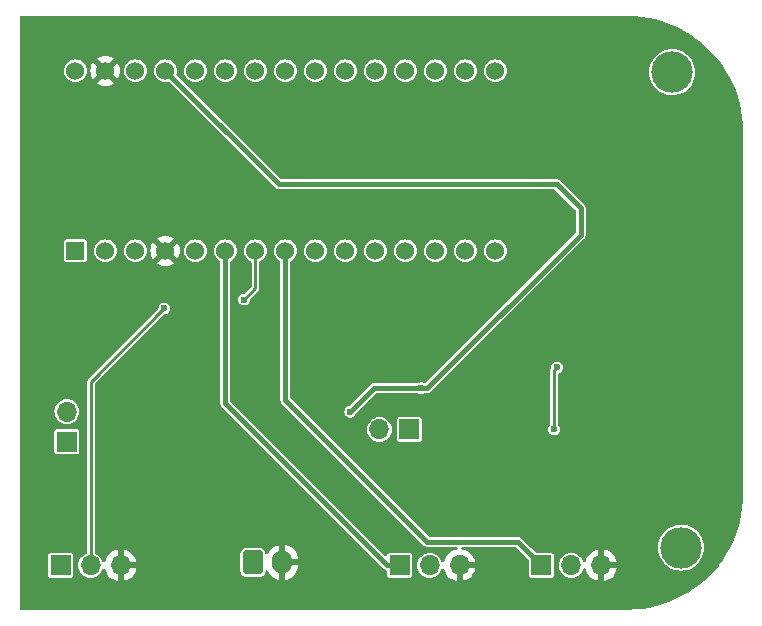
<source format=gbr>
%TF.GenerationSoftware,KiCad,Pcbnew,8.0.7*%
%TF.CreationDate,2024-12-28T13:43:39+03:00*%
%TF.ProjectId,SingleSwitch,53696e67-6c65-4537-9769-7463682e6b69,rev?*%
%TF.SameCoordinates,Original*%
%TF.FileFunction,Copper,L2,Bot*%
%TF.FilePolarity,Positive*%
%FSLAX46Y46*%
G04 Gerber Fmt 4.6, Leading zero omitted, Abs format (unit mm)*
G04 Created by KiCad (PCBNEW 8.0.7) date 2024-12-28 13:43:39*
%MOMM*%
%LPD*%
G01*
G04 APERTURE LIST*
G04 Aperture macros list*
%AMRoundRect*
0 Rectangle with rounded corners*
0 $1 Rounding radius*
0 $2 $3 $4 $5 $6 $7 $8 $9 X,Y pos of 4 corners*
0 Add a 4 corners polygon primitive as box body*
4,1,4,$2,$3,$4,$5,$6,$7,$8,$9,$2,$3,0*
0 Add four circle primitives for the rounded corners*
1,1,$1+$1,$2,$3*
1,1,$1+$1,$4,$5*
1,1,$1+$1,$6,$7*
1,1,$1+$1,$8,$9*
0 Add four rect primitives between the rounded corners*
20,1,$1+$1,$2,$3,$4,$5,0*
20,1,$1+$1,$4,$5,$6,$7,0*
20,1,$1+$1,$6,$7,$8,$9,0*
20,1,$1+$1,$8,$9,$2,$3,0*%
G04 Aperture macros list end*
%TA.AperFunction,ComponentPad*%
%ADD10R,1.700000X1.700000*%
%TD*%
%TA.AperFunction,ComponentPad*%
%ADD11O,1.700000X1.700000*%
%TD*%
%TA.AperFunction,ComponentPad*%
%ADD12C,3.500000*%
%TD*%
%TA.AperFunction,ComponentPad*%
%ADD13R,1.524000X1.524000*%
%TD*%
%TA.AperFunction,ComponentPad*%
%ADD14C,1.524000*%
%TD*%
%TA.AperFunction,ComponentPad*%
%ADD15RoundRect,0.250000X-0.600000X-0.750000X0.600000X-0.750000X0.600000X0.750000X-0.600000X0.750000X0*%
%TD*%
%TA.AperFunction,ComponentPad*%
%ADD16O,1.700000X2.000000*%
%TD*%
%TA.AperFunction,ViaPad*%
%ADD17C,0.600000*%
%TD*%
%TA.AperFunction,Conductor*%
%ADD18C,0.450000*%
%TD*%
%TA.AperFunction,Conductor*%
%ADD19C,0.250000*%
%TD*%
G04 APERTURE END LIST*
D10*
%TO.P,J6,1,Pin_1*%
%TO.N,+5V*%
X130250000Y-96775000D03*
D11*
%TO.P,J6,2,Pin_2*%
%TO.N,Net-(J6-Pin_2)*%
X130250000Y-94235000D03*
%TD*%
D10*
%TO.P,J5,1,Pin_1*%
%TO.N,Net-(J5-Pin_1)*%
X159250000Y-95750000D03*
D11*
%TO.P,J5,2,Pin_2*%
%TO.N,+5V*%
X156710000Y-95750000D03*
%TD*%
D12*
%TO.P,H1,1*%
%TO.N,N/C*%
X181500000Y-65500000D03*
%TD*%
D10*
%TO.P,J1,1,Pin_1*%
%TO.N,PWM Lid*%
X158420000Y-107250000D03*
D11*
%TO.P,J1,2,Pin_2*%
%TO.N,+5V*%
X160960000Y-107250000D03*
%TO.P,J1,3,Pin_3*%
%TO.N,GND*%
X163500000Y-107250000D03*
%TD*%
D10*
%TO.P,J3,1,Pin_1*%
%TO.N,PWM Foot*%
X170420000Y-107250000D03*
D11*
%TO.P,J3,2,Pin_2*%
%TO.N,+5V*%
X172960000Y-107250000D03*
%TO.P,J3,3,Pin_3*%
%TO.N,GND*%
X175500000Y-107250000D03*
%TD*%
D10*
%TO.P,J4,1,Pin_1*%
%TO.N,+5V*%
X129725000Y-107250000D03*
D11*
%TO.P,J4,2,Pin_2*%
%TO.N,Toggle Switch*%
X132265000Y-107250000D03*
%TO.P,J4,3,Pin_3*%
%TO.N,GND*%
X134805000Y-107250000D03*
%TD*%
D13*
%TO.P,TB1,1,D1/TX*%
%TO.N,unconnected-(TB1-D1{slash}TX-Pad1)*%
X130970000Y-80620000D03*
D14*
%TO.P,TB1,2,D0/RX*%
%TO.N,unconnected-(TB1-D0{slash}RX-Pad2)*%
X133510000Y-80620000D03*
%TO.P,TB1,3,RESET*%
%TO.N,unconnected-(TB1-RESET-Pad28)_1*%
X136050000Y-80620000D03*
%TO.P,TB1,4,COM/GND*%
%TO.N,GND*%
X138590000Y-80620000D03*
%TO.P,TB1,5,D2*%
%TO.N,unconnected-(TB1-D2-Pad5)*%
X141130000Y-80620000D03*
%TO.P,TB1,6,D3*%
%TO.N,PWM Lid*%
X143670000Y-80620000D03*
%TO.P,TB1,7,D4*%
%TO.N,Status LED*%
X146210000Y-80620000D03*
%TO.P,TB1,8,D5*%
%TO.N,PWM Foot*%
X148750000Y-80620000D03*
%TO.P,TB1,9,D6*%
%TO.N,Toggle Switch*%
X151290000Y-80620000D03*
%TO.P,TB1,10,D7*%
%TO.N,unconnected-(TB1-D7-Pad10)*%
X153830000Y-80620000D03*
%TO.P,TB1,11,D8*%
%TO.N,unconnected-(TB1-D8-Pad11)*%
X156370000Y-80620000D03*
%TO.P,TB1,12,D9*%
%TO.N,unconnected-(TB1-D9-Pad12)*%
X158910000Y-80620000D03*
%TO.P,TB1,13,D10*%
%TO.N,unconnected-(TB1-D10-Pad13)*%
X161450000Y-80620000D03*
%TO.P,TB1,14,D11/MOSI*%
%TO.N,unconnected-(TB1-D11{slash}MOSI-Pad14)*%
X163990000Y-80620000D03*
%TO.P,TB1,15,D12/MISO*%
%TO.N,unconnected-(TB1-D12{slash}MISO-Pad15)*%
X166530000Y-80620000D03*
%TO.P,TB1,16,D13/SCK*%
%TO.N,unconnected-(TB1-D13{slash}SCK-Pad16)*%
X166530000Y-65380000D03*
%TO.P,TB1,17,3V3*%
%TO.N,unconnected-(TB1-3V3-Pad17)*%
X163990000Y-65380000D03*
%TO.P,TB1,18,AREF*%
%TO.N,unconnected-(TB1-AREF-Pad18)*%
X161450000Y-65380000D03*
%TO.P,TB1,19,A0*%
%TO.N,unconnected-(TB1-A0-Pad19)*%
X158910000Y-65380000D03*
%TO.P,TB1,20,A1*%
%TO.N,unconnected-(TB1-A1-Pad20)*%
X156370000Y-65380000D03*
%TO.P,TB1,21,A2*%
%TO.N,unconnected-(TB1-A2-Pad21)*%
X153830000Y-65380000D03*
%TO.P,TB1,22,A3*%
%TO.N,unconnected-(TB1-A3-Pad22)*%
X151290000Y-65380000D03*
%TO.P,TB1,23,A4*%
%TO.N,unconnected-(TB1-A4-Pad23)*%
X148750000Y-65380000D03*
%TO.P,TB1,24,A5*%
%TO.N,unconnected-(TB1-A5-Pad24)*%
X146210000Y-65380000D03*
%TO.P,TB1,25,A6*%
%TO.N,unconnected-(TB1-A6-Pad25)*%
X143670000Y-65380000D03*
%TO.P,TB1,26,A7*%
%TO.N,unconnected-(TB1-A7-Pad26)*%
X141130000Y-65380000D03*
%TO.P,TB1,27,+5V*%
%TO.N,+5V*%
X138590000Y-65380000D03*
%TO.P,TB1,28,RESET*%
%TO.N,unconnected-(TB1-RESET-Pad28)*%
X136050000Y-65380000D03*
%TO.P,TB1,29,COM/GND*%
%TO.N,GND*%
X133510000Y-65380000D03*
%TO.P,TB1,30,VIN*%
%TO.N,unconnected-(TB1-VIN-Pad30)*%
X130970000Y-65380000D03*
%TD*%
D15*
%TO.P,J2,1,Pin_1*%
%TO.N,/Batt+*%
X146000000Y-107000000D03*
D16*
%TO.P,J2,2,Pin_2*%
%TO.N,GND*%
X148500000Y-107000000D03*
%TD*%
D12*
%TO.P,H3,1*%
%TO.N,N/C*%
X182250000Y-105750000D03*
%TD*%
D17*
%TO.N,+5V*%
X154250000Y-94250000D03*
X160250000Y-92250000D03*
%TO.N,GND*%
X185250000Y-99250000D03*
X173500000Y-95000000D03*
X184750000Y-87250000D03*
X174500000Y-92250000D03*
X142750000Y-62500000D03*
X184000000Y-95250000D03*
X184500000Y-84500000D03*
X155750000Y-98500000D03*
X175750000Y-90750000D03*
X158250000Y-98500000D03*
X183000000Y-86750000D03*
X183000000Y-84500000D03*
X170000000Y-95500000D03*
X182016523Y-92116738D03*
X183750000Y-89500000D03*
X175000000Y-89500000D03*
X175250000Y-84500000D03*
X183750000Y-93250000D03*
X175949941Y-93014161D03*
X162750000Y-97250000D03*
X172125000Y-92687500D03*
X173750000Y-91250000D03*
X180750000Y-94000000D03*
X183750000Y-87750000D03*
X175750000Y-92000000D03*
X184250000Y-97500000D03*
X182750000Y-97500000D03*
X185750000Y-84500000D03*
X177250000Y-84500000D03*
X175000000Y-95250000D03*
X181262687Y-90250097D03*
X142250000Y-90250000D03*
X180250000Y-84500000D03*
X175500000Y-88250000D03*
X182500000Y-93750000D03*
X177250000Y-92000000D03*
X181500000Y-84500000D03*
X173500000Y-97500000D03*
X173500000Y-93000000D03*
X183750000Y-90750000D03*
X183000000Y-99250000D03*
X184500000Y-91500000D03*
X183750000Y-94250000D03*
X184500000Y-88750000D03*
X173500000Y-88250000D03*
X164250000Y-97000000D03*
X182750000Y-95000000D03*
X173250000Y-84500000D03*
X171965381Y-97429484D03*
X181975609Y-99226068D03*
X142250000Y-87000000D03*
X183750000Y-100000000D03*
X184750000Y-94250000D03*
X183883163Y-86409125D03*
X139000000Y-90250000D03*
X173508949Y-89747540D03*
X137850000Y-92000000D03*
X184750000Y-90250000D03*
X184500000Y-92500000D03*
X174750000Y-96750000D03*
X178000000Y-93500000D03*
X184000000Y-96500000D03*
X178570417Y-91039830D03*
X183000000Y-96000000D03*
X179250000Y-94500000D03*
X172750000Y-99000000D03*
X179250000Y-92750000D03*
X178750000Y-84500000D03*
X178750000Y-89750000D03*
X177000000Y-90250000D03*
X165750000Y-97250000D03*
X179750000Y-91000000D03*
X184750000Y-100000000D03*
X182500000Y-100250000D03*
X183000000Y-88750000D03*
X183500000Y-92000000D03*
X184250000Y-99250000D03*
%TO.N,Toggle Switch*%
X138500000Y-85500000D03*
%TO.N,Net-(U2-FB)*%
X171500000Y-95750000D03*
X171750000Y-90500000D03*
%TO.N,Status LED*%
X145250000Y-84750000D03*
%TD*%
D18*
%TO.N,+5V*%
X160750000Y-92250000D02*
X160250000Y-92250000D01*
X173750000Y-77000000D02*
X173750000Y-79250000D01*
X154250000Y-94250000D02*
X156250000Y-92250000D01*
X138590000Y-65380000D02*
X148210000Y-75000000D01*
X171750000Y-75000000D02*
X173750000Y-77000000D01*
X148210000Y-75000000D02*
X171750000Y-75000000D01*
X173750000Y-79250000D02*
X160750000Y-92250000D01*
X156250000Y-92250000D02*
X160250000Y-92250000D01*
D19*
%TO.N,Toggle Switch*%
X132265000Y-107250000D02*
X132265000Y-91735000D01*
X132265000Y-91735000D02*
X138500000Y-85500000D01*
%TO.N,Net-(U2-FB)*%
X171500000Y-95750000D02*
X171500000Y-90750000D01*
X171500000Y-90750000D02*
X171750000Y-90500000D01*
D18*
%TO.N,PWM Lid*%
X143670000Y-93527818D02*
X157392182Y-107250000D01*
X143670000Y-80620000D02*
X143670000Y-93527818D01*
X157392182Y-107250000D02*
X158420000Y-107250000D01*
%TO.N,PWM Foot*%
X160763123Y-105250000D02*
X168420000Y-105250000D01*
X148750000Y-93236877D02*
X160763123Y-105250000D01*
X148750000Y-80620000D02*
X148750000Y-93236877D01*
X168420000Y-105250000D02*
X170420000Y-107250000D01*
D19*
%TO.N,Status LED*%
X146210000Y-83790000D02*
X145250000Y-84750000D01*
X146210000Y-80620000D02*
X146210000Y-83790000D01*
%TD*%
%TA.AperFunction,Conductor*%
%TO.N,GND*%
G36*
X177751886Y-60750557D02*
G01*
X178334932Y-60768174D01*
X178342364Y-60768623D01*
X178921442Y-60821246D01*
X178928876Y-60822148D01*
X179503694Y-60909634D01*
X179511055Y-60910983D01*
X180079544Y-61033016D01*
X180086797Y-61034803D01*
X180646918Y-61190949D01*
X180654045Y-61193170D01*
X181203684Y-61382838D01*
X181210668Y-61385487D01*
X181747870Y-61608003D01*
X181754678Y-61611067D01*
X182277463Y-61865612D01*
X182284062Y-61869075D01*
X182628910Y-62063570D01*
X182790521Y-62154719D01*
X182796929Y-62158593D01*
X183285224Y-62474300D01*
X183291348Y-62478527D01*
X183759680Y-62823132D01*
X183765576Y-62827751D01*
X184212232Y-63199992D01*
X184217839Y-63204959D01*
X184641209Y-63603493D01*
X184646505Y-63608789D01*
X185035612Y-64022145D01*
X185045040Y-64032160D01*
X185050007Y-64037767D01*
X185422248Y-64484423D01*
X185426867Y-64490319D01*
X185771467Y-64958644D01*
X185775704Y-64964782D01*
X185901931Y-65160013D01*
X186091405Y-65453068D01*
X186095280Y-65459478D01*
X186174527Y-65599986D01*
X186374597Y-65954719D01*
X186380915Y-65965920D01*
X186384396Y-65972553D01*
X186638927Y-66495310D01*
X186642001Y-66502140D01*
X186864508Y-67039321D01*
X186867164Y-67046325D01*
X187056825Y-67595942D01*
X187059054Y-67603093D01*
X187215193Y-68163192D01*
X187216985Y-68170465D01*
X187339015Y-68738941D01*
X187340365Y-68746308D01*
X187427850Y-69321121D01*
X187428753Y-69328557D01*
X187481374Y-69907612D01*
X187481826Y-69915089D01*
X187499443Y-70498113D01*
X187499500Y-70501858D01*
X187499500Y-101248141D01*
X187499443Y-101251886D01*
X187481826Y-101834910D01*
X187481374Y-101842387D01*
X187428753Y-102421442D01*
X187427850Y-102428878D01*
X187340365Y-103003691D01*
X187339015Y-103011058D01*
X187216985Y-103579534D01*
X187215193Y-103586807D01*
X187059054Y-104146906D01*
X187056825Y-104154057D01*
X186867164Y-104703674D01*
X186864508Y-104710678D01*
X186642001Y-105247859D01*
X186638927Y-105254689D01*
X186384396Y-105777446D01*
X186380915Y-105784079D01*
X186095280Y-106290521D01*
X186091405Y-106296931D01*
X185775713Y-106785204D01*
X185771458Y-106791368D01*
X185426867Y-107259680D01*
X185422248Y-107265576D01*
X185050007Y-107712232D01*
X185045040Y-107717839D01*
X184646506Y-108141209D01*
X184641209Y-108146506D01*
X184217839Y-108545040D01*
X184212232Y-108550007D01*
X183765576Y-108922248D01*
X183759680Y-108926867D01*
X183291368Y-109271458D01*
X183285204Y-109275713D01*
X182796931Y-109591405D01*
X182790521Y-109595280D01*
X182284079Y-109880915D01*
X182277446Y-109884396D01*
X181754689Y-110138927D01*
X181747859Y-110142001D01*
X181210678Y-110364508D01*
X181203674Y-110367164D01*
X180654057Y-110556825D01*
X180646906Y-110559054D01*
X180086807Y-110715193D01*
X180079534Y-110716985D01*
X179511058Y-110839015D01*
X179503691Y-110840365D01*
X178928878Y-110927850D01*
X178921442Y-110928753D01*
X178342387Y-110981374D01*
X178334910Y-110981826D01*
X177751886Y-110999443D01*
X177748141Y-110999500D01*
X126374500Y-110999500D01*
X126307461Y-110979815D01*
X126261706Y-110927011D01*
X126250500Y-110875500D01*
X126250500Y-106380247D01*
X128674500Y-106380247D01*
X128674500Y-108119752D01*
X128686131Y-108178229D01*
X128686132Y-108178230D01*
X128730447Y-108244552D01*
X128796769Y-108288867D01*
X128796770Y-108288868D01*
X128855247Y-108300499D01*
X128855250Y-108300500D01*
X128855252Y-108300500D01*
X130594750Y-108300500D01*
X130594751Y-108300499D01*
X130609568Y-108297552D01*
X130653229Y-108288868D01*
X130653229Y-108288867D01*
X130653231Y-108288867D01*
X130719552Y-108244552D01*
X130763867Y-108178231D01*
X130763867Y-108178229D01*
X130763868Y-108178229D01*
X130773922Y-108127682D01*
X130775500Y-108119748D01*
X130775500Y-107250000D01*
X131209417Y-107250000D01*
X131229699Y-107455932D01*
X131251793Y-107528766D01*
X131289768Y-107653954D01*
X131387315Y-107836450D01*
X131387317Y-107836452D01*
X131518589Y-107996410D01*
X131610879Y-108072149D01*
X131678550Y-108127685D01*
X131861046Y-108225232D01*
X132059066Y-108285300D01*
X132059065Y-108285300D01*
X132077529Y-108287118D01*
X132265000Y-108305583D01*
X132470934Y-108285300D01*
X132668954Y-108225232D01*
X132851450Y-108127685D01*
X133011410Y-107996410D01*
X133142685Y-107836450D01*
X133240232Y-107653954D01*
X133260406Y-107587446D01*
X133298702Y-107529010D01*
X133362514Y-107500553D01*
X133431581Y-107511112D01*
X133483975Y-107557336D01*
X133498841Y-107591349D01*
X133531567Y-107713486D01*
X133531570Y-107713492D01*
X133631399Y-107927578D01*
X133766894Y-108121082D01*
X133933917Y-108288105D01*
X134127421Y-108423600D01*
X134341507Y-108523429D01*
X134341516Y-108523433D01*
X134555000Y-108580634D01*
X134555000Y-107683012D01*
X134612007Y-107715925D01*
X134739174Y-107750000D01*
X134870826Y-107750000D01*
X134997993Y-107715925D01*
X135055000Y-107683012D01*
X135055000Y-108580633D01*
X135268483Y-108523433D01*
X135268492Y-108523429D01*
X135482578Y-108423600D01*
X135676082Y-108288105D01*
X135843105Y-108121082D01*
X135978600Y-107927578D01*
X136078429Y-107713492D01*
X136078432Y-107713486D01*
X136135636Y-107500000D01*
X135238012Y-107500000D01*
X135270925Y-107442993D01*
X135305000Y-107315826D01*
X135305000Y-107184174D01*
X135270925Y-107057007D01*
X135238012Y-107000000D01*
X136135636Y-107000000D01*
X136135635Y-106999999D01*
X136078432Y-106786513D01*
X136078429Y-106786507D01*
X135978600Y-106572422D01*
X135978599Y-106572420D01*
X135843113Y-106378926D01*
X135843108Y-106378920D01*
X135676082Y-106211894D01*
X135652998Y-106195730D01*
X144949500Y-106195730D01*
X144949500Y-107804269D01*
X144952353Y-107834699D01*
X144952353Y-107834701D01*
X144997206Y-107962880D01*
X144997207Y-107962882D01*
X145077850Y-108072150D01*
X145187118Y-108152793D01*
X145229845Y-108167744D01*
X145315299Y-108197646D01*
X145345730Y-108200500D01*
X145345734Y-108200500D01*
X146654270Y-108200500D01*
X146684699Y-108197646D01*
X146684701Y-108197646D01*
X146748790Y-108175219D01*
X146812882Y-108152793D01*
X146922150Y-108072150D01*
X147002793Y-107962882D01*
X147047033Y-107836452D01*
X147047646Y-107834701D01*
X147047646Y-107834699D01*
X147050500Y-107804269D01*
X147050500Y-107795323D01*
X147070185Y-107728284D01*
X147122989Y-107682529D01*
X147192147Y-107672585D01*
X147255703Y-107701610D01*
X147284985Y-107739028D01*
X147345379Y-107857557D01*
X147470272Y-108029459D01*
X147470276Y-108029464D01*
X147620535Y-108179723D01*
X147620540Y-108179727D01*
X147792442Y-108304620D01*
X147981782Y-108401095D01*
X148183871Y-108466757D01*
X148250000Y-108477231D01*
X148250000Y-107433012D01*
X148307007Y-107465925D01*
X148434174Y-107500000D01*
X148565826Y-107500000D01*
X148692993Y-107465925D01*
X148750000Y-107433012D01*
X148750000Y-108477230D01*
X148816126Y-108466757D01*
X148816129Y-108466757D01*
X149018217Y-108401095D01*
X149207557Y-108304620D01*
X149379459Y-108179727D01*
X149379464Y-108179723D01*
X149529723Y-108029464D01*
X149529727Y-108029459D01*
X149654620Y-107857557D01*
X149751095Y-107668217D01*
X149816757Y-107466130D01*
X149816757Y-107466127D01*
X149850000Y-107256246D01*
X149850000Y-107250000D01*
X148933012Y-107250000D01*
X148965925Y-107192993D01*
X149000000Y-107065826D01*
X149000000Y-106934174D01*
X148965925Y-106807007D01*
X148933012Y-106750000D01*
X149850000Y-106750000D01*
X149850000Y-106743753D01*
X149816757Y-106533872D01*
X149816757Y-106533869D01*
X149751095Y-106331782D01*
X149654620Y-106142442D01*
X149529727Y-105970540D01*
X149529723Y-105970535D01*
X149379464Y-105820276D01*
X149379459Y-105820272D01*
X149207557Y-105695379D01*
X149018215Y-105598903D01*
X148816124Y-105533241D01*
X148750000Y-105522768D01*
X148750000Y-106566988D01*
X148692993Y-106534075D01*
X148565826Y-106500000D01*
X148434174Y-106500000D01*
X148307007Y-106534075D01*
X148250000Y-106566988D01*
X148250000Y-105522768D01*
X148249999Y-105522768D01*
X148183875Y-105533241D01*
X147981784Y-105598903D01*
X147792442Y-105695379D01*
X147620540Y-105820272D01*
X147620535Y-105820276D01*
X147470276Y-105970535D01*
X147470272Y-105970540D01*
X147345379Y-106142442D01*
X147284985Y-106260971D01*
X147237010Y-106311767D01*
X147169189Y-106328562D01*
X147103054Y-106306024D01*
X147059603Y-106251309D01*
X147050500Y-106204676D01*
X147050500Y-106195730D01*
X147047646Y-106165300D01*
X147047646Y-106165298D01*
X147002793Y-106037119D01*
X147002792Y-106037117D01*
X146996284Y-106028299D01*
X146922150Y-105927850D01*
X146812882Y-105847207D01*
X146812880Y-105847206D01*
X146684700Y-105802353D01*
X146654270Y-105799500D01*
X146654266Y-105799500D01*
X145345734Y-105799500D01*
X145345730Y-105799500D01*
X145315300Y-105802353D01*
X145315298Y-105802353D01*
X145187119Y-105847206D01*
X145187117Y-105847207D01*
X145077850Y-105927850D01*
X144997207Y-106037117D01*
X144997206Y-106037119D01*
X144952353Y-106165298D01*
X144952353Y-106165300D01*
X144949500Y-106195730D01*
X135652998Y-106195730D01*
X135482578Y-106076399D01*
X135268492Y-105976570D01*
X135268486Y-105976567D01*
X135055000Y-105919364D01*
X135055000Y-106816988D01*
X134997993Y-106784075D01*
X134870826Y-106750000D01*
X134739174Y-106750000D01*
X134612007Y-106784075D01*
X134555000Y-106816988D01*
X134555000Y-105919364D01*
X134554999Y-105919364D01*
X134341513Y-105976567D01*
X134341507Y-105976570D01*
X134127422Y-106076399D01*
X134127420Y-106076400D01*
X133933926Y-106211886D01*
X133933920Y-106211891D01*
X133766891Y-106378920D01*
X133766886Y-106378926D01*
X133631400Y-106572420D01*
X133631399Y-106572422D01*
X133531570Y-106786507D01*
X133531567Y-106786514D01*
X133498841Y-106908650D01*
X133462476Y-106968310D01*
X133399629Y-106998839D01*
X133330253Y-106990544D01*
X133276375Y-106946059D01*
X133260406Y-106912553D01*
X133240232Y-106846046D01*
X133142685Y-106663550D01*
X133067897Y-106572420D01*
X133011410Y-106503589D01*
X132861121Y-106380252D01*
X132851450Y-106372315D01*
X132668954Y-106274768D01*
X132667049Y-106273979D01*
X132666203Y-106273298D01*
X132663581Y-106271896D01*
X132663846Y-106271398D01*
X132612645Y-106230138D01*
X132590579Y-106163844D01*
X132590500Y-106159417D01*
X132590500Y-91921188D01*
X132610185Y-91854149D01*
X132626819Y-91833507D01*
X138423507Y-86036819D01*
X138484830Y-86003334D01*
X138511188Y-86000500D01*
X138571962Y-86000500D01*
X138571962Y-86000499D01*
X138710053Y-85959953D01*
X138831128Y-85882143D01*
X138925377Y-85773373D01*
X138985165Y-85642457D01*
X139005647Y-85500000D01*
X138985165Y-85357543D01*
X138925377Y-85226627D01*
X138831128Y-85117857D01*
X138710053Y-85040047D01*
X138710051Y-85040046D01*
X138710049Y-85040045D01*
X138710050Y-85040045D01*
X138571963Y-84999500D01*
X138571961Y-84999500D01*
X138428039Y-84999500D01*
X138428036Y-84999500D01*
X138289949Y-85040045D01*
X138168873Y-85117856D01*
X138074623Y-85226626D01*
X138074622Y-85226628D01*
X138014834Y-85357543D01*
X137993091Y-85508779D01*
X137990126Y-85508352D01*
X137974668Y-85560997D01*
X137958034Y-85581639D01*
X132004537Y-91535135D01*
X132004533Y-91535141D01*
X131961681Y-91609361D01*
X131961682Y-91609362D01*
X131939500Y-91692147D01*
X131939500Y-106159417D01*
X131919815Y-106226456D01*
X131867011Y-106272211D01*
X131862951Y-106273979D01*
X131861045Y-106274768D01*
X131791826Y-106311767D01*
X131678550Y-106372315D01*
X131678548Y-106372316D01*
X131678547Y-106372317D01*
X131518589Y-106503589D01*
X131387317Y-106663547D01*
X131289769Y-106846043D01*
X131229699Y-107044067D01*
X131209417Y-107250000D01*
X130775500Y-107250000D01*
X130775500Y-106380252D01*
X130775500Y-106380249D01*
X130775499Y-106380247D01*
X130763868Y-106321770D01*
X130763867Y-106321769D01*
X130719552Y-106255447D01*
X130653230Y-106211132D01*
X130653229Y-106211131D01*
X130594752Y-106199500D01*
X130594748Y-106199500D01*
X128855252Y-106199500D01*
X128855247Y-106199500D01*
X128796770Y-106211131D01*
X128796769Y-106211132D01*
X128730447Y-106255447D01*
X128686132Y-106321769D01*
X128686131Y-106321770D01*
X128674500Y-106380247D01*
X126250500Y-106380247D01*
X126250500Y-95905247D01*
X129199500Y-95905247D01*
X129199500Y-97644752D01*
X129211131Y-97703229D01*
X129211132Y-97703230D01*
X129255447Y-97769552D01*
X129321769Y-97813867D01*
X129321770Y-97813868D01*
X129380247Y-97825499D01*
X129380250Y-97825500D01*
X129380252Y-97825500D01*
X131119750Y-97825500D01*
X131119751Y-97825499D01*
X131134568Y-97822552D01*
X131178229Y-97813868D01*
X131178229Y-97813867D01*
X131178231Y-97813867D01*
X131244552Y-97769552D01*
X131288867Y-97703231D01*
X131288867Y-97703229D01*
X131288868Y-97703229D01*
X131300499Y-97644752D01*
X131300500Y-97644750D01*
X131300500Y-95905249D01*
X131300499Y-95905247D01*
X131288868Y-95846770D01*
X131288867Y-95846769D01*
X131244552Y-95780447D01*
X131178230Y-95736132D01*
X131178229Y-95736131D01*
X131119752Y-95724500D01*
X131119748Y-95724500D01*
X129380252Y-95724500D01*
X129380247Y-95724500D01*
X129321770Y-95736131D01*
X129321769Y-95736132D01*
X129255447Y-95780447D01*
X129211132Y-95846769D01*
X129211131Y-95846770D01*
X129199500Y-95905247D01*
X126250500Y-95905247D01*
X126250500Y-94235000D01*
X129194417Y-94235000D01*
X129214699Y-94440932D01*
X129214700Y-94440934D01*
X129274768Y-94638954D01*
X129372315Y-94821450D01*
X129372317Y-94821452D01*
X129503589Y-94981410D01*
X129600209Y-95060702D01*
X129663550Y-95112685D01*
X129846046Y-95210232D01*
X130044066Y-95270300D01*
X130044065Y-95270300D01*
X130062529Y-95272118D01*
X130250000Y-95290583D01*
X130455934Y-95270300D01*
X130653954Y-95210232D01*
X130836450Y-95112685D01*
X130996410Y-94981410D01*
X131127685Y-94821450D01*
X131225232Y-94638954D01*
X131285300Y-94440934D01*
X131305583Y-94235000D01*
X131285300Y-94029066D01*
X131225232Y-93831046D01*
X131127685Y-93648550D01*
X131074575Y-93583835D01*
X130996410Y-93488589D01*
X130836452Y-93357317D01*
X130836453Y-93357317D01*
X130836450Y-93357315D01*
X130653954Y-93259768D01*
X130455934Y-93199700D01*
X130455932Y-93199699D01*
X130455934Y-93199699D01*
X130250000Y-93179417D01*
X130044067Y-93199699D01*
X129846043Y-93259769D01*
X129735898Y-93318643D01*
X129663550Y-93357315D01*
X129663548Y-93357316D01*
X129663547Y-93357317D01*
X129503589Y-93488589D01*
X129372317Y-93648547D01*
X129372315Y-93648550D01*
X129349061Y-93692055D01*
X129274769Y-93831043D01*
X129214699Y-94029067D01*
X129194417Y-94235000D01*
X126250500Y-94235000D01*
X126250500Y-79838247D01*
X130007500Y-79838247D01*
X130007500Y-81401752D01*
X130019131Y-81460229D01*
X130019132Y-81460230D01*
X130063447Y-81526552D01*
X130129769Y-81570867D01*
X130129770Y-81570868D01*
X130188247Y-81582499D01*
X130188250Y-81582500D01*
X130188252Y-81582500D01*
X131751750Y-81582500D01*
X131751751Y-81582499D01*
X131766568Y-81579552D01*
X131810229Y-81570868D01*
X131810229Y-81570867D01*
X131810231Y-81570867D01*
X131876552Y-81526552D01*
X131920867Y-81460231D01*
X131920867Y-81460229D01*
X131920868Y-81460229D01*
X131932499Y-81401752D01*
X131932500Y-81401750D01*
X131932500Y-80620000D01*
X132542843Y-80620000D01*
X132561426Y-80808681D01*
X132579772Y-80869160D01*
X132616463Y-80990115D01*
X132616464Y-80990118D01*
X132616465Y-80990119D01*
X132616466Y-80990122D01*
X132705834Y-81157318D01*
X132705838Y-81157325D01*
X132826116Y-81303883D01*
X132972674Y-81424161D01*
X132972681Y-81424165D01*
X133139877Y-81513533D01*
X133139878Y-81513533D01*
X133139885Y-81513537D01*
X133321317Y-81568573D01*
X133321316Y-81568573D01*
X133338233Y-81570239D01*
X133510000Y-81587157D01*
X133698683Y-81568573D01*
X133880115Y-81513537D01*
X134047324Y-81424162D01*
X134193883Y-81303883D01*
X134314162Y-81157324D01*
X134403537Y-80990115D01*
X134458573Y-80808683D01*
X134477157Y-80620000D01*
X135082843Y-80620000D01*
X135101426Y-80808681D01*
X135119772Y-80869160D01*
X135156463Y-80990115D01*
X135156464Y-80990118D01*
X135156465Y-80990119D01*
X135156466Y-80990122D01*
X135245834Y-81157318D01*
X135245838Y-81157325D01*
X135366116Y-81303883D01*
X135512674Y-81424161D01*
X135512681Y-81424165D01*
X135679877Y-81513533D01*
X135679878Y-81513533D01*
X135679885Y-81513537D01*
X135861317Y-81568573D01*
X135861316Y-81568573D01*
X135878233Y-81570239D01*
X136050000Y-81587157D01*
X136238683Y-81568573D01*
X136420115Y-81513537D01*
X136587324Y-81424162D01*
X136733883Y-81303883D01*
X136854162Y-81157324D01*
X136943537Y-80990115D01*
X136998573Y-80808683D01*
X137017157Y-80620000D01*
X137017157Y-80619999D01*
X137323179Y-80619999D01*
X137323179Y-80620000D01*
X137342424Y-80839976D01*
X137342426Y-80839986D01*
X137399575Y-81053270D01*
X137399580Y-81053284D01*
X137492898Y-81253405D01*
X137492901Y-81253411D01*
X137538258Y-81318187D01*
X137538258Y-81318188D01*
X138100504Y-80755941D01*
X138116619Y-80816081D01*
X138183498Y-80931920D01*
X138278080Y-81026502D01*
X138393919Y-81093381D01*
X138454057Y-81109494D01*
X137891810Y-81671740D01*
X137956590Y-81717099D01*
X137956592Y-81717100D01*
X138156715Y-81810419D01*
X138156729Y-81810424D01*
X138370013Y-81867573D01*
X138370023Y-81867575D01*
X138589999Y-81886821D01*
X138590001Y-81886821D01*
X138809976Y-81867575D01*
X138809986Y-81867573D01*
X139023270Y-81810424D01*
X139023284Y-81810419D01*
X139223407Y-81717100D01*
X139223417Y-81717094D01*
X139288188Y-81671741D01*
X138725942Y-81109494D01*
X138786081Y-81093381D01*
X138901920Y-81026502D01*
X138996502Y-80931920D01*
X139063381Y-80816081D01*
X139079495Y-80755942D01*
X139641741Y-81318188D01*
X139687094Y-81253417D01*
X139687100Y-81253407D01*
X139780419Y-81053284D01*
X139780424Y-81053270D01*
X139837573Y-80839986D01*
X139837575Y-80839976D01*
X139856821Y-80620000D01*
X140162843Y-80620000D01*
X140181426Y-80808681D01*
X140199772Y-80869160D01*
X140236463Y-80990115D01*
X140236464Y-80990118D01*
X140236465Y-80990119D01*
X140236466Y-80990122D01*
X140325834Y-81157318D01*
X140325838Y-81157325D01*
X140446116Y-81303883D01*
X140592674Y-81424161D01*
X140592681Y-81424165D01*
X140759877Y-81513533D01*
X140759878Y-81513533D01*
X140759885Y-81513537D01*
X140941317Y-81568573D01*
X140941316Y-81568573D01*
X140958233Y-81570239D01*
X141130000Y-81587157D01*
X141318683Y-81568573D01*
X141500115Y-81513537D01*
X141667324Y-81424162D01*
X141813883Y-81303883D01*
X141934162Y-81157324D01*
X142023537Y-80990115D01*
X142078573Y-80808683D01*
X142097157Y-80620000D01*
X142702843Y-80620000D01*
X142721426Y-80808681D01*
X142739772Y-80869160D01*
X142776463Y-80990115D01*
X142776464Y-80990118D01*
X142776465Y-80990119D01*
X142776466Y-80990122D01*
X142865834Y-81157318D01*
X142865838Y-81157325D01*
X142986116Y-81303883D01*
X143132674Y-81424161D01*
X143132677Y-81424163D01*
X143178952Y-81448897D01*
X143228797Y-81497859D01*
X143244500Y-81558256D01*
X143244500Y-93471800D01*
X143244500Y-93583836D01*
X143273497Y-93692055D01*
X143329515Y-93789081D01*
X157051697Y-107511263D01*
X157130919Y-107590485D01*
X157227945Y-107646503D01*
X157277594Y-107659806D01*
X157337253Y-107696169D01*
X157367783Y-107759015D01*
X157369500Y-107779580D01*
X157369500Y-108119752D01*
X157381131Y-108178229D01*
X157381132Y-108178230D01*
X157425447Y-108244552D01*
X157491769Y-108288867D01*
X157491770Y-108288868D01*
X157550247Y-108300499D01*
X157550250Y-108300500D01*
X157550252Y-108300500D01*
X159289750Y-108300500D01*
X159289751Y-108300499D01*
X159304568Y-108297552D01*
X159348229Y-108288868D01*
X159348229Y-108288867D01*
X159348231Y-108288867D01*
X159414552Y-108244552D01*
X159458867Y-108178231D01*
X159458867Y-108178229D01*
X159458868Y-108178229D01*
X159468922Y-108127682D01*
X159470500Y-108119748D01*
X159470500Y-106380252D01*
X159470500Y-106380249D01*
X159470499Y-106380247D01*
X159458868Y-106321770D01*
X159458867Y-106321769D01*
X159414552Y-106255447D01*
X159348230Y-106211132D01*
X159348229Y-106211131D01*
X159289752Y-106199500D01*
X159289748Y-106199500D01*
X157550252Y-106199500D01*
X157550247Y-106199500D01*
X157491770Y-106211131D01*
X157491769Y-106211132D01*
X157425447Y-106255447D01*
X157381132Y-106321769D01*
X157374056Y-106357341D01*
X157341669Y-106419251D01*
X157280953Y-106453824D01*
X157211183Y-106450083D01*
X157164758Y-106420828D01*
X144131819Y-93387889D01*
X144098334Y-93326566D01*
X144095500Y-93300208D01*
X144095500Y-84750000D01*
X144744353Y-84750000D01*
X144764834Y-84892456D01*
X144813720Y-84999500D01*
X144824623Y-85023373D01*
X144918872Y-85132143D01*
X145039947Y-85209953D01*
X145039950Y-85209954D01*
X145039949Y-85209954D01*
X145178036Y-85250499D01*
X145178038Y-85250500D01*
X145178039Y-85250500D01*
X145321962Y-85250500D01*
X145321962Y-85250499D01*
X145460053Y-85209953D01*
X145581128Y-85132143D01*
X145675377Y-85023373D01*
X145735165Y-84892457D01*
X145755647Y-84750000D01*
X145755646Y-84749999D01*
X145756909Y-84741222D01*
X145759873Y-84741648D01*
X145775332Y-84689002D01*
X145791966Y-84668360D01*
X146092470Y-84367856D01*
X146470465Y-83989862D01*
X146513318Y-83915639D01*
X146535500Y-83832853D01*
X146535500Y-83747147D01*
X146535500Y-81611706D01*
X146555185Y-81544667D01*
X146601045Y-81502349D01*
X146747324Y-81424162D01*
X146893883Y-81303883D01*
X147014162Y-81157324D01*
X147103537Y-80990115D01*
X147158573Y-80808683D01*
X147177157Y-80620000D01*
X147782843Y-80620000D01*
X147801426Y-80808681D01*
X147819772Y-80869160D01*
X147856463Y-80990115D01*
X147856464Y-80990118D01*
X147856465Y-80990119D01*
X147856466Y-80990122D01*
X147945834Y-81157318D01*
X147945838Y-81157325D01*
X148066116Y-81303883D01*
X148212674Y-81424161D01*
X148212677Y-81424163D01*
X148258952Y-81448897D01*
X148308797Y-81497859D01*
X148324500Y-81558256D01*
X148324500Y-93180859D01*
X148324500Y-93292895D01*
X148353497Y-93401114D01*
X148409515Y-93498140D01*
X160422638Y-105511263D01*
X160501860Y-105590485D01*
X160594054Y-105643713D01*
X160598886Y-105646503D01*
X160707104Y-105675500D01*
X160707105Y-105675500D01*
X163218240Y-105675500D01*
X163285279Y-105695185D01*
X163331034Y-105747989D01*
X163340978Y-105817147D01*
X163311953Y-105880703D01*
X163253175Y-105918477D01*
X163250333Y-105919275D01*
X163036516Y-105976566D01*
X163036507Y-105976570D01*
X162822422Y-106076399D01*
X162822420Y-106076400D01*
X162628926Y-106211886D01*
X162628920Y-106211891D01*
X162461891Y-106378920D01*
X162461886Y-106378926D01*
X162326400Y-106572420D01*
X162326399Y-106572422D01*
X162226570Y-106786507D01*
X162226567Y-106786514D01*
X162193841Y-106908650D01*
X162157476Y-106968310D01*
X162094629Y-106998839D01*
X162025253Y-106990544D01*
X161971375Y-106946059D01*
X161955406Y-106912553D01*
X161935232Y-106846046D01*
X161837685Y-106663550D01*
X161762897Y-106572420D01*
X161706410Y-106503589D01*
X161556121Y-106380252D01*
X161546450Y-106372315D01*
X161363954Y-106274768D01*
X161165934Y-106214700D01*
X161165932Y-106214699D01*
X161165934Y-106214699D01*
X160960000Y-106194417D01*
X160754067Y-106214699D01*
X160619736Y-106255448D01*
X160564476Y-106272211D01*
X160556043Y-106274769D01*
X160486826Y-106311767D01*
X160373550Y-106372315D01*
X160373548Y-106372316D01*
X160373547Y-106372317D01*
X160213589Y-106503589D01*
X160082317Y-106663547D01*
X159984769Y-106846043D01*
X159924699Y-107044067D01*
X159904417Y-107250000D01*
X159924699Y-107455932D01*
X159946793Y-107528766D01*
X159984768Y-107653954D01*
X160082315Y-107836450D01*
X160082317Y-107836452D01*
X160213589Y-107996410D01*
X160305879Y-108072149D01*
X160373550Y-108127685D01*
X160556046Y-108225232D01*
X160754066Y-108285300D01*
X160754065Y-108285300D01*
X160772529Y-108287118D01*
X160960000Y-108305583D01*
X161165934Y-108285300D01*
X161363954Y-108225232D01*
X161546450Y-108127685D01*
X161706410Y-107996410D01*
X161837685Y-107836450D01*
X161935232Y-107653954D01*
X161955406Y-107587446D01*
X161993702Y-107529010D01*
X162057514Y-107500553D01*
X162126581Y-107511112D01*
X162178975Y-107557336D01*
X162193841Y-107591349D01*
X162226567Y-107713486D01*
X162226570Y-107713492D01*
X162326399Y-107927578D01*
X162461894Y-108121082D01*
X162628917Y-108288105D01*
X162822421Y-108423600D01*
X163036507Y-108523429D01*
X163036516Y-108523433D01*
X163250000Y-108580634D01*
X163250000Y-107683012D01*
X163307007Y-107715925D01*
X163434174Y-107750000D01*
X163565826Y-107750000D01*
X163692993Y-107715925D01*
X163750000Y-107683012D01*
X163750000Y-108580633D01*
X163963483Y-108523433D01*
X163963492Y-108523429D01*
X164177578Y-108423600D01*
X164371082Y-108288105D01*
X164538105Y-108121082D01*
X164673600Y-107927578D01*
X164773429Y-107713492D01*
X164773432Y-107713486D01*
X164830636Y-107500000D01*
X163933012Y-107500000D01*
X163965925Y-107442993D01*
X164000000Y-107315826D01*
X164000000Y-107184174D01*
X163965925Y-107057007D01*
X163933012Y-107000000D01*
X164830636Y-107000000D01*
X164830635Y-106999999D01*
X164773432Y-106786513D01*
X164773429Y-106786507D01*
X164673600Y-106572422D01*
X164673599Y-106572420D01*
X164538113Y-106378926D01*
X164538108Y-106378920D01*
X164371082Y-106211894D01*
X164177578Y-106076399D01*
X163963492Y-105976570D01*
X163963483Y-105976566D01*
X163749667Y-105919275D01*
X163690006Y-105882910D01*
X163659477Y-105820063D01*
X163667772Y-105750688D01*
X163712257Y-105696810D01*
X163778809Y-105675535D01*
X163781760Y-105675500D01*
X168192390Y-105675500D01*
X168259429Y-105695185D01*
X168280071Y-105711819D01*
X169333181Y-106764929D01*
X169366666Y-106826252D01*
X169369500Y-106852610D01*
X169369500Y-108119752D01*
X169381131Y-108178229D01*
X169381132Y-108178230D01*
X169425447Y-108244552D01*
X169491769Y-108288867D01*
X169491770Y-108288868D01*
X169550247Y-108300499D01*
X169550250Y-108300500D01*
X169550252Y-108300500D01*
X171289750Y-108300500D01*
X171289751Y-108300499D01*
X171304568Y-108297552D01*
X171348229Y-108288868D01*
X171348229Y-108288867D01*
X171348231Y-108288867D01*
X171414552Y-108244552D01*
X171458867Y-108178231D01*
X171458867Y-108178229D01*
X171458868Y-108178229D01*
X171468922Y-108127682D01*
X171470500Y-108119748D01*
X171470500Y-107250000D01*
X171904417Y-107250000D01*
X171924699Y-107455932D01*
X171946793Y-107528766D01*
X171984768Y-107653954D01*
X172082315Y-107836450D01*
X172082317Y-107836452D01*
X172213589Y-107996410D01*
X172305879Y-108072149D01*
X172373550Y-108127685D01*
X172556046Y-108225232D01*
X172754066Y-108285300D01*
X172754065Y-108285300D01*
X172772529Y-108287118D01*
X172960000Y-108305583D01*
X173165934Y-108285300D01*
X173363954Y-108225232D01*
X173546450Y-108127685D01*
X173706410Y-107996410D01*
X173837685Y-107836450D01*
X173935232Y-107653954D01*
X173955406Y-107587446D01*
X173993702Y-107529010D01*
X174057514Y-107500553D01*
X174126581Y-107511112D01*
X174178975Y-107557336D01*
X174193841Y-107591349D01*
X174226567Y-107713486D01*
X174226570Y-107713492D01*
X174326399Y-107927578D01*
X174461894Y-108121082D01*
X174628917Y-108288105D01*
X174822421Y-108423600D01*
X175036507Y-108523429D01*
X175036516Y-108523433D01*
X175250000Y-108580634D01*
X175250000Y-107683012D01*
X175307007Y-107715925D01*
X175434174Y-107750000D01*
X175565826Y-107750000D01*
X175692993Y-107715925D01*
X175750000Y-107683012D01*
X175750000Y-108580633D01*
X175963483Y-108523433D01*
X175963492Y-108523429D01*
X176177578Y-108423600D01*
X176371082Y-108288105D01*
X176538105Y-108121082D01*
X176673600Y-107927578D01*
X176773429Y-107713492D01*
X176773432Y-107713486D01*
X176830636Y-107500000D01*
X175933012Y-107500000D01*
X175965925Y-107442993D01*
X176000000Y-107315826D01*
X176000000Y-107184174D01*
X175965925Y-107057007D01*
X175933012Y-107000000D01*
X176830636Y-107000000D01*
X176830635Y-106999999D01*
X176773432Y-106786513D01*
X176773429Y-106786507D01*
X176673600Y-106572422D01*
X176673599Y-106572420D01*
X176538113Y-106378926D01*
X176538108Y-106378920D01*
X176371082Y-106211894D01*
X176177578Y-106076399D01*
X175963492Y-105976570D01*
X175963486Y-105976567D01*
X175750000Y-105919364D01*
X175750000Y-106816988D01*
X175692993Y-106784075D01*
X175565826Y-106750000D01*
X175434174Y-106750000D01*
X175307007Y-106784075D01*
X175250000Y-106816988D01*
X175250000Y-105919364D01*
X175249999Y-105919364D01*
X175036513Y-105976567D01*
X175036507Y-105976570D01*
X174822422Y-106076399D01*
X174822420Y-106076400D01*
X174628926Y-106211886D01*
X174628920Y-106211891D01*
X174461891Y-106378920D01*
X174461886Y-106378926D01*
X174326400Y-106572420D01*
X174326399Y-106572422D01*
X174226570Y-106786507D01*
X174226567Y-106786514D01*
X174193841Y-106908650D01*
X174157476Y-106968310D01*
X174094629Y-106998839D01*
X174025253Y-106990544D01*
X173971375Y-106946059D01*
X173955406Y-106912553D01*
X173935232Y-106846046D01*
X173837685Y-106663550D01*
X173762897Y-106572420D01*
X173706410Y-106503589D01*
X173556121Y-106380252D01*
X173546450Y-106372315D01*
X173363954Y-106274768D01*
X173165934Y-106214700D01*
X173165932Y-106214699D01*
X173165934Y-106214699D01*
X172960000Y-106194417D01*
X172754067Y-106214699D01*
X172619736Y-106255448D01*
X172564476Y-106272211D01*
X172556043Y-106274769D01*
X172486826Y-106311767D01*
X172373550Y-106372315D01*
X172373548Y-106372316D01*
X172373547Y-106372317D01*
X172213589Y-106503589D01*
X172082317Y-106663547D01*
X171984769Y-106846043D01*
X171924699Y-107044067D01*
X171904417Y-107250000D01*
X171470500Y-107250000D01*
X171470500Y-106380252D01*
X171470500Y-106380249D01*
X171470499Y-106380247D01*
X171458868Y-106321770D01*
X171458867Y-106321769D01*
X171414552Y-106255447D01*
X171348230Y-106211132D01*
X171348229Y-106211131D01*
X171289752Y-106199500D01*
X171289748Y-106199500D01*
X170022610Y-106199500D01*
X169955571Y-106179815D01*
X169934929Y-106163181D01*
X169521746Y-105749998D01*
X180294518Y-105749998D01*
X180294518Y-105750001D01*
X180314422Y-106028299D01*
X180373727Y-106300916D01*
X180373729Y-106300923D01*
X180403316Y-106380249D01*
X180471231Y-106562338D01*
X180471233Y-106562342D01*
X180604940Y-106807207D01*
X180604945Y-106807215D01*
X180772138Y-107030560D01*
X180772154Y-107030578D01*
X180969421Y-107227845D01*
X180969439Y-107227861D01*
X181192784Y-107395054D01*
X181192792Y-107395059D01*
X181437657Y-107528766D01*
X181437661Y-107528768D01*
X181437663Y-107528769D01*
X181699077Y-107626271D01*
X181835391Y-107655924D01*
X181971700Y-107685577D01*
X181971702Y-107685577D01*
X181971706Y-107685578D01*
X182219014Y-107703265D01*
X182249999Y-107705482D01*
X182250000Y-107705482D01*
X182250001Y-107705482D01*
X182277881Y-107703487D01*
X182528294Y-107685578D01*
X182800923Y-107626271D01*
X183062337Y-107528769D01*
X183307213Y-107395056D01*
X183530568Y-107227855D01*
X183727855Y-107030568D01*
X183895056Y-106807213D01*
X184028769Y-106562337D01*
X184126271Y-106300923D01*
X184183658Y-106037119D01*
X184185577Y-106028299D01*
X184185577Y-106028298D01*
X184185578Y-106028294D01*
X184205482Y-105750000D01*
X184185578Y-105471706D01*
X184126271Y-105199077D01*
X184028769Y-104937663D01*
X183982811Y-104853498D01*
X183895059Y-104692792D01*
X183895054Y-104692784D01*
X183727861Y-104469439D01*
X183727845Y-104469421D01*
X183530578Y-104272154D01*
X183530560Y-104272138D01*
X183307215Y-104104945D01*
X183307207Y-104104940D01*
X183062342Y-103971233D01*
X183062338Y-103971231D01*
X182963230Y-103934266D01*
X182800923Y-103873729D01*
X182800919Y-103873728D01*
X182800916Y-103873727D01*
X182528299Y-103814422D01*
X182250001Y-103794518D01*
X182249999Y-103794518D01*
X181971700Y-103814422D01*
X181699083Y-103873727D01*
X181699078Y-103873728D01*
X181699077Y-103873729D01*
X181635875Y-103897301D01*
X181437661Y-103971231D01*
X181437657Y-103971233D01*
X181192792Y-104104940D01*
X181192784Y-104104945D01*
X180969439Y-104272138D01*
X180969421Y-104272154D01*
X180772154Y-104469421D01*
X180772138Y-104469439D01*
X180604945Y-104692784D01*
X180604940Y-104692792D01*
X180471233Y-104937657D01*
X180471231Y-104937661D01*
X180373727Y-105199083D01*
X180314422Y-105471700D01*
X180294518Y-105749998D01*
X169521746Y-105749998D01*
X168681265Y-104909517D01*
X168681263Y-104909515D01*
X168584237Y-104853497D01*
X168476018Y-104824500D01*
X168476017Y-104824500D01*
X160990733Y-104824500D01*
X160923694Y-104804815D01*
X160903052Y-104788181D01*
X151864871Y-95750000D01*
X155654417Y-95750000D01*
X155674699Y-95955932D01*
X155695157Y-96023373D01*
X155734768Y-96153954D01*
X155832315Y-96336450D01*
X155832317Y-96336452D01*
X155963589Y-96496410D01*
X156060209Y-96575702D01*
X156123550Y-96627685D01*
X156306046Y-96725232D01*
X156504066Y-96785300D01*
X156504065Y-96785300D01*
X156522529Y-96787118D01*
X156710000Y-96805583D01*
X156915934Y-96785300D01*
X157113954Y-96725232D01*
X157296450Y-96627685D01*
X157456410Y-96496410D01*
X157587685Y-96336450D01*
X157685232Y-96153954D01*
X157745300Y-95955934D01*
X157765583Y-95750000D01*
X157745300Y-95544066D01*
X157685232Y-95346046D01*
X157587685Y-95163550D01*
X157535702Y-95100209D01*
X157456410Y-95003589D01*
X157306121Y-94880252D01*
X157306115Y-94880247D01*
X158199500Y-94880247D01*
X158199500Y-96619752D01*
X158211131Y-96678229D01*
X158211132Y-96678230D01*
X158255447Y-96744552D01*
X158321769Y-96788867D01*
X158321770Y-96788868D01*
X158380247Y-96800499D01*
X158380250Y-96800500D01*
X158380252Y-96800500D01*
X160119750Y-96800500D01*
X160119751Y-96800499D01*
X160134568Y-96797552D01*
X160178229Y-96788868D01*
X160178229Y-96788867D01*
X160178231Y-96788867D01*
X160244552Y-96744552D01*
X160288867Y-96678231D01*
X160288867Y-96678229D01*
X160288868Y-96678229D01*
X160300499Y-96619752D01*
X160300500Y-96619750D01*
X160300500Y-95750000D01*
X170994353Y-95750000D01*
X171014834Y-95892456D01*
X171020678Y-95905252D01*
X171074623Y-96023373D01*
X171168872Y-96132143D01*
X171289947Y-96209953D01*
X171289950Y-96209954D01*
X171289949Y-96209954D01*
X171428036Y-96250499D01*
X171428038Y-96250500D01*
X171428039Y-96250500D01*
X171571962Y-96250500D01*
X171571962Y-96250499D01*
X171710053Y-96209953D01*
X171831128Y-96132143D01*
X171925377Y-96023373D01*
X171985165Y-95892457D01*
X172005647Y-95750000D01*
X171985165Y-95607543D01*
X171925377Y-95476627D01*
X171925375Y-95476625D01*
X171925374Y-95476622D01*
X171855787Y-95396314D01*
X171826762Y-95332758D01*
X171825500Y-95315112D01*
X171825500Y-91092285D01*
X171845185Y-91025246D01*
X171897989Y-90979491D01*
X171914558Y-90973311D01*
X171960053Y-90959953D01*
X172081128Y-90882143D01*
X172175377Y-90773373D01*
X172235165Y-90642457D01*
X172255647Y-90500000D01*
X172235165Y-90357543D01*
X172175377Y-90226627D01*
X172081128Y-90117857D01*
X171960053Y-90040047D01*
X171960051Y-90040046D01*
X171960049Y-90040045D01*
X171960050Y-90040045D01*
X171821963Y-89999500D01*
X171821961Y-89999500D01*
X171678039Y-89999500D01*
X171678036Y-89999500D01*
X171539949Y-90040045D01*
X171418873Y-90117856D01*
X171324623Y-90226626D01*
X171324622Y-90226628D01*
X171264834Y-90357543D01*
X171244353Y-90500000D01*
X171244353Y-90508567D01*
X171227740Y-90570568D01*
X171196683Y-90624358D01*
X171196678Y-90624369D01*
X171196347Y-90625610D01*
X171196340Y-90625638D01*
X171174500Y-90707147D01*
X171174500Y-95315112D01*
X171154815Y-95382151D01*
X171144213Y-95396314D01*
X171074625Y-95476622D01*
X171074622Y-95476628D01*
X171014834Y-95607543D01*
X170994353Y-95750000D01*
X160300500Y-95750000D01*
X160300500Y-94880249D01*
X160300499Y-94880247D01*
X160288868Y-94821770D01*
X160288867Y-94821769D01*
X160244552Y-94755447D01*
X160178230Y-94711132D01*
X160178229Y-94711131D01*
X160119752Y-94699500D01*
X160119748Y-94699500D01*
X158380252Y-94699500D01*
X158380247Y-94699500D01*
X158321770Y-94711131D01*
X158321769Y-94711132D01*
X158255447Y-94755447D01*
X158211132Y-94821769D01*
X158211131Y-94821770D01*
X158199500Y-94880247D01*
X157306115Y-94880247D01*
X157296450Y-94872315D01*
X157113954Y-94774768D01*
X156915934Y-94714700D01*
X156915932Y-94714699D01*
X156915934Y-94714699D01*
X156710000Y-94694417D01*
X156504067Y-94714699D01*
X156306043Y-94774769D01*
X156218711Y-94821450D01*
X156123550Y-94872315D01*
X156123548Y-94872316D01*
X156123547Y-94872317D01*
X155963589Y-95003589D01*
X155832317Y-95163547D01*
X155734769Y-95346043D01*
X155674699Y-95544067D01*
X155654417Y-95750000D01*
X151864871Y-95750000D01*
X149211819Y-93096948D01*
X149178334Y-93035625D01*
X149175500Y-93009267D01*
X149175500Y-81558256D01*
X149195185Y-81491217D01*
X149241048Y-81448897D01*
X149287322Y-81424163D01*
X149287325Y-81424161D01*
X149433883Y-81303883D01*
X149554161Y-81157325D01*
X149554165Y-81157318D01*
X149643533Y-80990122D01*
X149643537Y-80990115D01*
X149698573Y-80808683D01*
X149717157Y-80620000D01*
X150322843Y-80620000D01*
X150341426Y-80808681D01*
X150359772Y-80869160D01*
X150396463Y-80990115D01*
X150396464Y-80990118D01*
X150396465Y-80990119D01*
X150396466Y-80990122D01*
X150485834Y-81157318D01*
X150485838Y-81157325D01*
X150606116Y-81303883D01*
X150752674Y-81424161D01*
X150752681Y-81424165D01*
X150919877Y-81513533D01*
X150919878Y-81513533D01*
X150919885Y-81513537D01*
X151101317Y-81568573D01*
X151101316Y-81568573D01*
X151118233Y-81570239D01*
X151290000Y-81587157D01*
X151478683Y-81568573D01*
X151660115Y-81513537D01*
X151827324Y-81424162D01*
X151973883Y-81303883D01*
X152094162Y-81157324D01*
X152183537Y-80990115D01*
X152238573Y-80808683D01*
X152257157Y-80620000D01*
X152862843Y-80620000D01*
X152881426Y-80808681D01*
X152899772Y-80869160D01*
X152936463Y-80990115D01*
X152936464Y-80990118D01*
X152936465Y-80990119D01*
X152936466Y-80990122D01*
X153025834Y-81157318D01*
X153025838Y-81157325D01*
X153146116Y-81303883D01*
X153292674Y-81424161D01*
X153292681Y-81424165D01*
X153459877Y-81513533D01*
X153459878Y-81513533D01*
X153459885Y-81513537D01*
X153641317Y-81568573D01*
X153641316Y-81568573D01*
X153658233Y-81570239D01*
X153830000Y-81587157D01*
X154018683Y-81568573D01*
X154200115Y-81513537D01*
X154367324Y-81424162D01*
X154513883Y-81303883D01*
X154634162Y-81157324D01*
X154723537Y-80990115D01*
X154778573Y-80808683D01*
X154797157Y-80620000D01*
X155402843Y-80620000D01*
X155421426Y-80808681D01*
X155439772Y-80869160D01*
X155476463Y-80990115D01*
X155476464Y-80990118D01*
X155476465Y-80990119D01*
X155476466Y-80990122D01*
X155565834Y-81157318D01*
X155565838Y-81157325D01*
X155686116Y-81303883D01*
X155832674Y-81424161D01*
X155832681Y-81424165D01*
X155999877Y-81513533D01*
X155999878Y-81513533D01*
X155999885Y-81513537D01*
X156181317Y-81568573D01*
X156181316Y-81568573D01*
X156198233Y-81570239D01*
X156370000Y-81587157D01*
X156558683Y-81568573D01*
X156740115Y-81513537D01*
X156907324Y-81424162D01*
X157053883Y-81303883D01*
X157174162Y-81157324D01*
X157263537Y-80990115D01*
X157318573Y-80808683D01*
X157337157Y-80620000D01*
X157942843Y-80620000D01*
X157961426Y-80808681D01*
X157979772Y-80869160D01*
X158016463Y-80990115D01*
X158016464Y-80990118D01*
X158016465Y-80990119D01*
X158016466Y-80990122D01*
X158105834Y-81157318D01*
X158105838Y-81157325D01*
X158226116Y-81303883D01*
X158372674Y-81424161D01*
X158372681Y-81424165D01*
X158539877Y-81513533D01*
X158539878Y-81513533D01*
X158539885Y-81513537D01*
X158721317Y-81568573D01*
X158721316Y-81568573D01*
X158738233Y-81570239D01*
X158910000Y-81587157D01*
X159098683Y-81568573D01*
X159280115Y-81513537D01*
X159447324Y-81424162D01*
X159593883Y-81303883D01*
X159714162Y-81157324D01*
X159803537Y-80990115D01*
X159858573Y-80808683D01*
X159877157Y-80620000D01*
X160482843Y-80620000D01*
X160501426Y-80808681D01*
X160519772Y-80869160D01*
X160556463Y-80990115D01*
X160556464Y-80990118D01*
X160556465Y-80990119D01*
X160556466Y-80990122D01*
X160645834Y-81157318D01*
X160645838Y-81157325D01*
X160766116Y-81303883D01*
X160912674Y-81424161D01*
X160912681Y-81424165D01*
X161079877Y-81513533D01*
X161079878Y-81513533D01*
X161079885Y-81513537D01*
X161261317Y-81568573D01*
X161261316Y-81568573D01*
X161278233Y-81570239D01*
X161450000Y-81587157D01*
X161638683Y-81568573D01*
X161820115Y-81513537D01*
X161987324Y-81424162D01*
X162133883Y-81303883D01*
X162254162Y-81157324D01*
X162343537Y-80990115D01*
X162398573Y-80808683D01*
X162417157Y-80620000D01*
X163022843Y-80620000D01*
X163041426Y-80808681D01*
X163059772Y-80869160D01*
X163096463Y-80990115D01*
X163096464Y-80990118D01*
X163096465Y-80990119D01*
X163096466Y-80990122D01*
X163185834Y-81157318D01*
X163185838Y-81157325D01*
X163306116Y-81303883D01*
X163452674Y-81424161D01*
X163452681Y-81424165D01*
X163619877Y-81513533D01*
X163619878Y-81513533D01*
X163619885Y-81513537D01*
X163801317Y-81568573D01*
X163801316Y-81568573D01*
X163818233Y-81570239D01*
X163990000Y-81587157D01*
X164178683Y-81568573D01*
X164360115Y-81513537D01*
X164527324Y-81424162D01*
X164673883Y-81303883D01*
X164794162Y-81157324D01*
X164883537Y-80990115D01*
X164938573Y-80808683D01*
X164957157Y-80620000D01*
X165562843Y-80620000D01*
X165581426Y-80808681D01*
X165599772Y-80869160D01*
X165636463Y-80990115D01*
X165636464Y-80990118D01*
X165636465Y-80990119D01*
X165636466Y-80990122D01*
X165725834Y-81157318D01*
X165725838Y-81157325D01*
X165846116Y-81303883D01*
X165992674Y-81424161D01*
X165992681Y-81424165D01*
X166159877Y-81513533D01*
X166159878Y-81513533D01*
X166159885Y-81513537D01*
X166341317Y-81568573D01*
X166341316Y-81568573D01*
X166358233Y-81570239D01*
X166530000Y-81587157D01*
X166718683Y-81568573D01*
X166900115Y-81513537D01*
X167067324Y-81424162D01*
X167213883Y-81303883D01*
X167334162Y-81157324D01*
X167423537Y-80990115D01*
X167478573Y-80808683D01*
X167497157Y-80620000D01*
X167478573Y-80431317D01*
X167423537Y-80249885D01*
X167404088Y-80213498D01*
X167334165Y-80082681D01*
X167334161Y-80082674D01*
X167213883Y-79936116D01*
X167067325Y-79815838D01*
X167067318Y-79815834D01*
X166900122Y-79726466D01*
X166900119Y-79726465D01*
X166900118Y-79726464D01*
X166900115Y-79726463D01*
X166718683Y-79671427D01*
X166718681Y-79671426D01*
X166718683Y-79671426D01*
X166530000Y-79652843D01*
X166341318Y-79671426D01*
X166234194Y-79703921D01*
X166159885Y-79726463D01*
X166159882Y-79726464D01*
X166159880Y-79726465D01*
X166159877Y-79726466D01*
X165992681Y-79815834D01*
X165992674Y-79815838D01*
X165846116Y-79936116D01*
X165725838Y-80082674D01*
X165725834Y-80082681D01*
X165636466Y-80249877D01*
X165636465Y-80249880D01*
X165636464Y-80249882D01*
X165636463Y-80249885D01*
X165618810Y-80308080D01*
X165581426Y-80431318D01*
X165562843Y-80620000D01*
X164957157Y-80620000D01*
X164938573Y-80431317D01*
X164883537Y-80249885D01*
X164864088Y-80213498D01*
X164794165Y-80082681D01*
X164794161Y-80082674D01*
X164673883Y-79936116D01*
X164527325Y-79815838D01*
X164527318Y-79815834D01*
X164360122Y-79726466D01*
X164360119Y-79726465D01*
X164360118Y-79726464D01*
X164360115Y-79726463D01*
X164178683Y-79671427D01*
X164178681Y-79671426D01*
X164178683Y-79671426D01*
X163990000Y-79652843D01*
X163801318Y-79671426D01*
X163694194Y-79703921D01*
X163619885Y-79726463D01*
X163619882Y-79726464D01*
X163619880Y-79726465D01*
X163619877Y-79726466D01*
X163452681Y-79815834D01*
X163452674Y-79815838D01*
X163306116Y-79936116D01*
X163185838Y-80082674D01*
X163185834Y-80082681D01*
X163096466Y-80249877D01*
X163096465Y-80249880D01*
X163096464Y-80249882D01*
X163096463Y-80249885D01*
X163078810Y-80308080D01*
X163041426Y-80431318D01*
X163022843Y-80620000D01*
X162417157Y-80620000D01*
X162398573Y-80431317D01*
X162343537Y-80249885D01*
X162324088Y-80213498D01*
X162254165Y-80082681D01*
X162254161Y-80082674D01*
X162133883Y-79936116D01*
X161987325Y-79815838D01*
X161987318Y-79815834D01*
X161820122Y-79726466D01*
X161820119Y-79726465D01*
X161820118Y-79726464D01*
X161820115Y-79726463D01*
X161638683Y-79671427D01*
X161638681Y-79671426D01*
X161638683Y-79671426D01*
X161450000Y-79652843D01*
X161261318Y-79671426D01*
X161154194Y-79703921D01*
X161079885Y-79726463D01*
X161079882Y-79726464D01*
X161079880Y-79726465D01*
X161079877Y-79726466D01*
X160912681Y-79815834D01*
X160912674Y-79815838D01*
X160766116Y-79936116D01*
X160645838Y-80082674D01*
X160645834Y-80082681D01*
X160556466Y-80249877D01*
X160556465Y-80249880D01*
X160556464Y-80249882D01*
X160556463Y-80249885D01*
X160538810Y-80308080D01*
X160501426Y-80431318D01*
X160482843Y-80620000D01*
X159877157Y-80620000D01*
X159858573Y-80431317D01*
X159803537Y-80249885D01*
X159784088Y-80213498D01*
X159714165Y-80082681D01*
X159714161Y-80082674D01*
X159593883Y-79936116D01*
X159447325Y-79815838D01*
X159447318Y-79815834D01*
X159280122Y-79726466D01*
X159280119Y-79726465D01*
X159280118Y-79726464D01*
X159280115Y-79726463D01*
X159098683Y-79671427D01*
X159098681Y-79671426D01*
X159098683Y-79671426D01*
X158910000Y-79652843D01*
X158721318Y-79671426D01*
X158614194Y-79703921D01*
X158539885Y-79726463D01*
X158539882Y-79726464D01*
X158539880Y-79726465D01*
X158539877Y-79726466D01*
X158372681Y-79815834D01*
X158372674Y-79815838D01*
X158226116Y-79936116D01*
X158105838Y-80082674D01*
X158105834Y-80082681D01*
X158016466Y-80249877D01*
X158016465Y-80249880D01*
X158016464Y-80249882D01*
X158016463Y-80249885D01*
X157998810Y-80308080D01*
X157961426Y-80431318D01*
X157942843Y-80620000D01*
X157337157Y-80620000D01*
X157318573Y-80431317D01*
X157263537Y-80249885D01*
X157244088Y-80213498D01*
X157174165Y-80082681D01*
X157174161Y-80082674D01*
X157053883Y-79936116D01*
X156907325Y-79815838D01*
X156907318Y-79815834D01*
X156740122Y-79726466D01*
X156740119Y-79726465D01*
X156740118Y-79726464D01*
X156740115Y-79726463D01*
X156558683Y-79671427D01*
X156558681Y-79671426D01*
X156558683Y-79671426D01*
X156370000Y-79652843D01*
X156181318Y-79671426D01*
X156074194Y-79703921D01*
X155999885Y-79726463D01*
X155999882Y-79726464D01*
X155999880Y-79726465D01*
X155999877Y-79726466D01*
X155832681Y-79815834D01*
X155832674Y-79815838D01*
X155686116Y-79936116D01*
X155565838Y-80082674D01*
X155565834Y-80082681D01*
X155476466Y-80249877D01*
X155476465Y-80249880D01*
X155476464Y-80249882D01*
X155476463Y-80249885D01*
X155458810Y-80308080D01*
X155421426Y-80431318D01*
X155402843Y-80620000D01*
X154797157Y-80620000D01*
X154778573Y-80431317D01*
X154723537Y-80249885D01*
X154704088Y-80213498D01*
X154634165Y-80082681D01*
X154634161Y-80082674D01*
X154513883Y-79936116D01*
X154367325Y-79815838D01*
X154367318Y-79815834D01*
X154200122Y-79726466D01*
X154200119Y-79726465D01*
X154200118Y-79726464D01*
X154200115Y-79726463D01*
X154018683Y-79671427D01*
X154018681Y-79671426D01*
X154018683Y-79671426D01*
X153830000Y-79652843D01*
X153641318Y-79671426D01*
X153534194Y-79703921D01*
X153459885Y-79726463D01*
X153459882Y-79726464D01*
X153459880Y-79726465D01*
X153459877Y-79726466D01*
X153292681Y-79815834D01*
X153292674Y-79815838D01*
X153146116Y-79936116D01*
X153025838Y-80082674D01*
X153025834Y-80082681D01*
X152936466Y-80249877D01*
X152936465Y-80249880D01*
X152936464Y-80249882D01*
X152936463Y-80249885D01*
X152918810Y-80308080D01*
X152881426Y-80431318D01*
X152862843Y-80620000D01*
X152257157Y-80620000D01*
X152238573Y-80431317D01*
X152183537Y-80249885D01*
X152164088Y-80213498D01*
X152094165Y-80082681D01*
X152094161Y-80082674D01*
X151973883Y-79936116D01*
X151827325Y-79815838D01*
X151827318Y-79815834D01*
X151660122Y-79726466D01*
X151660119Y-79726465D01*
X151660118Y-79726464D01*
X151660115Y-79726463D01*
X151478683Y-79671427D01*
X151478681Y-79671426D01*
X151478683Y-79671426D01*
X151290000Y-79652843D01*
X151101318Y-79671426D01*
X150994194Y-79703921D01*
X150919885Y-79726463D01*
X150919882Y-79726464D01*
X150919880Y-79726465D01*
X150919877Y-79726466D01*
X150752681Y-79815834D01*
X150752674Y-79815838D01*
X150606116Y-79936116D01*
X150485838Y-80082674D01*
X150485834Y-80082681D01*
X150396466Y-80249877D01*
X150396465Y-80249880D01*
X150396464Y-80249882D01*
X150396463Y-80249885D01*
X150378810Y-80308080D01*
X150341426Y-80431318D01*
X150322843Y-80620000D01*
X149717157Y-80620000D01*
X149698573Y-80431317D01*
X149643537Y-80249885D01*
X149624088Y-80213498D01*
X149554165Y-80082681D01*
X149554161Y-80082674D01*
X149433883Y-79936116D01*
X149287325Y-79815838D01*
X149287318Y-79815834D01*
X149120122Y-79726466D01*
X149120119Y-79726465D01*
X149120118Y-79726464D01*
X149120115Y-79726463D01*
X148938683Y-79671427D01*
X148938681Y-79671426D01*
X148938683Y-79671426D01*
X148750000Y-79652843D01*
X148561318Y-79671426D01*
X148454194Y-79703921D01*
X148379885Y-79726463D01*
X148379882Y-79726464D01*
X148379880Y-79726465D01*
X148379877Y-79726466D01*
X148212681Y-79815834D01*
X148212674Y-79815838D01*
X148066116Y-79936116D01*
X147945838Y-80082674D01*
X147945834Y-80082681D01*
X147856466Y-80249877D01*
X147856465Y-80249880D01*
X147856464Y-80249882D01*
X147856463Y-80249885D01*
X147838810Y-80308080D01*
X147801426Y-80431318D01*
X147782843Y-80620000D01*
X147177157Y-80620000D01*
X147158573Y-80431317D01*
X147103537Y-80249885D01*
X147084088Y-80213498D01*
X147014165Y-80082681D01*
X147014161Y-80082674D01*
X146893883Y-79936116D01*
X146747325Y-79815838D01*
X146747318Y-79815834D01*
X146580122Y-79726466D01*
X146580119Y-79726465D01*
X146580118Y-79726464D01*
X146580115Y-79726463D01*
X146398683Y-79671427D01*
X146398681Y-79671426D01*
X146398683Y-79671426D01*
X146210000Y-79652843D01*
X146021318Y-79671426D01*
X145914194Y-79703921D01*
X145839885Y-79726463D01*
X145839882Y-79726464D01*
X145839880Y-79726465D01*
X145839877Y-79726466D01*
X145672681Y-79815834D01*
X145672674Y-79815838D01*
X145526116Y-79936116D01*
X145405838Y-80082674D01*
X145405834Y-80082681D01*
X145316466Y-80249877D01*
X145316465Y-80249880D01*
X145316464Y-80249882D01*
X145316463Y-80249885D01*
X145298810Y-80308080D01*
X145261426Y-80431318D01*
X145242843Y-80620000D01*
X145261426Y-80808681D01*
X145279772Y-80869160D01*
X145316463Y-80990115D01*
X145316464Y-80990118D01*
X145316465Y-80990119D01*
X145316466Y-80990122D01*
X145405834Y-81157318D01*
X145405838Y-81157325D01*
X145526116Y-81303883D01*
X145672674Y-81424161D01*
X145672677Y-81424163D01*
X145716521Y-81447598D01*
X145818954Y-81502349D01*
X145868797Y-81551309D01*
X145884500Y-81611706D01*
X145884500Y-83603811D01*
X145864815Y-83670850D01*
X145848181Y-83691492D01*
X145326492Y-84213181D01*
X145265169Y-84246666D01*
X145238811Y-84249500D01*
X145178036Y-84249500D01*
X145039949Y-84290045D01*
X144918873Y-84367856D01*
X144824623Y-84476626D01*
X144824622Y-84476628D01*
X144764834Y-84607543D01*
X144744353Y-84750000D01*
X144095500Y-84750000D01*
X144095500Y-81558256D01*
X144115185Y-81491217D01*
X144161048Y-81448897D01*
X144207322Y-81424163D01*
X144207325Y-81424161D01*
X144353883Y-81303883D01*
X144474161Y-81157325D01*
X144474165Y-81157318D01*
X144563533Y-80990122D01*
X144563537Y-80990115D01*
X144618573Y-80808683D01*
X144637157Y-80620000D01*
X144618573Y-80431317D01*
X144563537Y-80249885D01*
X144544088Y-80213498D01*
X144474165Y-80082681D01*
X144474161Y-80082674D01*
X144353883Y-79936116D01*
X144207325Y-79815838D01*
X144207318Y-79815834D01*
X144040122Y-79726466D01*
X144040119Y-79726465D01*
X144040118Y-79726464D01*
X144040115Y-79726463D01*
X143858683Y-79671427D01*
X143858681Y-79671426D01*
X143858683Y-79671426D01*
X143670000Y-79652843D01*
X143481318Y-79671426D01*
X143374194Y-79703921D01*
X143299885Y-79726463D01*
X143299882Y-79726464D01*
X143299880Y-79726465D01*
X143299877Y-79726466D01*
X143132681Y-79815834D01*
X143132674Y-79815838D01*
X142986116Y-79936116D01*
X142865838Y-80082674D01*
X142865834Y-80082681D01*
X142776466Y-80249877D01*
X142776465Y-80249880D01*
X142776464Y-80249882D01*
X142776463Y-80249885D01*
X142758810Y-80308080D01*
X142721426Y-80431318D01*
X142702843Y-80620000D01*
X142097157Y-80620000D01*
X142078573Y-80431317D01*
X142023537Y-80249885D01*
X142004088Y-80213498D01*
X141934165Y-80082681D01*
X141934161Y-80082674D01*
X141813883Y-79936116D01*
X141667325Y-79815838D01*
X141667318Y-79815834D01*
X141500122Y-79726466D01*
X141500119Y-79726465D01*
X141500118Y-79726464D01*
X141500115Y-79726463D01*
X141318683Y-79671427D01*
X141318681Y-79671426D01*
X141318683Y-79671426D01*
X141130000Y-79652843D01*
X140941318Y-79671426D01*
X140834194Y-79703921D01*
X140759885Y-79726463D01*
X140759882Y-79726464D01*
X140759880Y-79726465D01*
X140759877Y-79726466D01*
X140592681Y-79815834D01*
X140592674Y-79815838D01*
X140446116Y-79936116D01*
X140325838Y-80082674D01*
X140325834Y-80082681D01*
X140236466Y-80249877D01*
X140236465Y-80249880D01*
X140236464Y-80249882D01*
X140236463Y-80249885D01*
X140218810Y-80308080D01*
X140181426Y-80431318D01*
X140162843Y-80620000D01*
X139856821Y-80620000D01*
X139856821Y-80619999D01*
X139837575Y-80400023D01*
X139837573Y-80400013D01*
X139780424Y-80186729D01*
X139780420Y-80186720D01*
X139687096Y-79986586D01*
X139641741Y-79921811D01*
X139641740Y-79921810D01*
X139079494Y-80484056D01*
X139063381Y-80423919D01*
X138996502Y-80308080D01*
X138901920Y-80213498D01*
X138786081Y-80146619D01*
X138725941Y-80130504D01*
X139288188Y-79568258D01*
X139223411Y-79522901D01*
X139223405Y-79522898D01*
X139023284Y-79429580D01*
X139023270Y-79429575D01*
X138809986Y-79372426D01*
X138809976Y-79372424D01*
X138590001Y-79353179D01*
X138589999Y-79353179D01*
X138370023Y-79372424D01*
X138370013Y-79372426D01*
X138156729Y-79429575D01*
X138156720Y-79429579D01*
X137956590Y-79522901D01*
X137891811Y-79568258D01*
X138454058Y-80130504D01*
X138393919Y-80146619D01*
X138278080Y-80213498D01*
X138183498Y-80308080D01*
X138116619Y-80423919D01*
X138100504Y-80484057D01*
X137538258Y-79921811D01*
X137492901Y-79986590D01*
X137399579Y-80186720D01*
X137399575Y-80186729D01*
X137342426Y-80400013D01*
X137342424Y-80400023D01*
X137323179Y-80619999D01*
X137017157Y-80619999D01*
X136998573Y-80431317D01*
X136943537Y-80249885D01*
X136924088Y-80213498D01*
X136854165Y-80082681D01*
X136854161Y-80082674D01*
X136733883Y-79936116D01*
X136587325Y-79815838D01*
X136587318Y-79815834D01*
X136420122Y-79726466D01*
X136420119Y-79726465D01*
X136420118Y-79726464D01*
X136420115Y-79726463D01*
X136238683Y-79671427D01*
X136238681Y-79671426D01*
X136238683Y-79671426D01*
X136050000Y-79652843D01*
X135861318Y-79671426D01*
X135754194Y-79703921D01*
X135679885Y-79726463D01*
X135679882Y-79726464D01*
X135679880Y-79726465D01*
X135679877Y-79726466D01*
X135512681Y-79815834D01*
X135512674Y-79815838D01*
X135366116Y-79936116D01*
X135245838Y-80082674D01*
X135245834Y-80082681D01*
X135156466Y-80249877D01*
X135156465Y-80249880D01*
X135156464Y-80249882D01*
X135156463Y-80249885D01*
X135138810Y-80308080D01*
X135101426Y-80431318D01*
X135082843Y-80620000D01*
X134477157Y-80620000D01*
X134458573Y-80431317D01*
X134403537Y-80249885D01*
X134384088Y-80213498D01*
X134314165Y-80082681D01*
X134314161Y-80082674D01*
X134193883Y-79936116D01*
X134047325Y-79815838D01*
X134047318Y-79815834D01*
X133880122Y-79726466D01*
X133880119Y-79726465D01*
X133880118Y-79726464D01*
X133880115Y-79726463D01*
X133698683Y-79671427D01*
X133698681Y-79671426D01*
X133698683Y-79671426D01*
X133510000Y-79652843D01*
X133321318Y-79671426D01*
X133214194Y-79703921D01*
X133139885Y-79726463D01*
X133139882Y-79726464D01*
X133139880Y-79726465D01*
X133139877Y-79726466D01*
X132972681Y-79815834D01*
X132972674Y-79815838D01*
X132826116Y-79936116D01*
X132705838Y-80082674D01*
X132705834Y-80082681D01*
X132616466Y-80249877D01*
X132616465Y-80249880D01*
X132616464Y-80249882D01*
X132616463Y-80249885D01*
X132598810Y-80308080D01*
X132561426Y-80431318D01*
X132542843Y-80620000D01*
X131932500Y-80620000D01*
X131932500Y-79838249D01*
X131932499Y-79838247D01*
X131920868Y-79779770D01*
X131920867Y-79779769D01*
X131876552Y-79713447D01*
X131810230Y-79669132D01*
X131810229Y-79669131D01*
X131751752Y-79657500D01*
X131751748Y-79657500D01*
X130188252Y-79657500D01*
X130188247Y-79657500D01*
X130129770Y-79669131D01*
X130129769Y-79669132D01*
X130063447Y-79713447D01*
X130019132Y-79779769D01*
X130019131Y-79779770D01*
X130007500Y-79838247D01*
X126250500Y-79838247D01*
X126250500Y-65380000D01*
X130002843Y-65380000D01*
X130021426Y-65568681D01*
X130036658Y-65618894D01*
X130076463Y-65750115D01*
X130076464Y-65750118D01*
X130076465Y-65750119D01*
X130076466Y-65750122D01*
X130165834Y-65917318D01*
X130165838Y-65917325D01*
X130286116Y-66063883D01*
X130432674Y-66184161D01*
X130432681Y-66184165D01*
X130599877Y-66273533D01*
X130599878Y-66273533D01*
X130599885Y-66273537D01*
X130781317Y-66328573D01*
X130781316Y-66328573D01*
X130798233Y-66330239D01*
X130970000Y-66347157D01*
X131158683Y-66328573D01*
X131340115Y-66273537D01*
X131507324Y-66184162D01*
X131653883Y-66063883D01*
X131774162Y-65917324D01*
X131863537Y-65750115D01*
X131918573Y-65568683D01*
X131937157Y-65380000D01*
X131937157Y-65379999D01*
X132243179Y-65379999D01*
X132243179Y-65380000D01*
X132262424Y-65599976D01*
X132262426Y-65599986D01*
X132319575Y-65813270D01*
X132319580Y-65813284D01*
X132412898Y-66013405D01*
X132412901Y-66013411D01*
X132458258Y-66078187D01*
X132458258Y-66078188D01*
X133020504Y-65515941D01*
X133036619Y-65576081D01*
X133103498Y-65691920D01*
X133198080Y-65786502D01*
X133313919Y-65853381D01*
X133374057Y-65869494D01*
X132811810Y-66431740D01*
X132876590Y-66477099D01*
X132876592Y-66477100D01*
X133076715Y-66570419D01*
X133076729Y-66570424D01*
X133290013Y-66627573D01*
X133290023Y-66627575D01*
X133509999Y-66646821D01*
X133510001Y-66646821D01*
X133729976Y-66627575D01*
X133729986Y-66627573D01*
X133943270Y-66570424D01*
X133943284Y-66570419D01*
X134143407Y-66477100D01*
X134143417Y-66477094D01*
X134208188Y-66431741D01*
X133645942Y-65869494D01*
X133706081Y-65853381D01*
X133821920Y-65786502D01*
X133916502Y-65691920D01*
X133983381Y-65576081D01*
X133999495Y-65515942D01*
X134561741Y-66078188D01*
X134607094Y-66013417D01*
X134607100Y-66013407D01*
X134700419Y-65813284D01*
X134700424Y-65813270D01*
X134757573Y-65599986D01*
X134757575Y-65599976D01*
X134776821Y-65380000D01*
X135082843Y-65380000D01*
X135101426Y-65568681D01*
X135116658Y-65618894D01*
X135156463Y-65750115D01*
X135156464Y-65750118D01*
X135156465Y-65750119D01*
X135156466Y-65750122D01*
X135245834Y-65917318D01*
X135245838Y-65917325D01*
X135366116Y-66063883D01*
X135512674Y-66184161D01*
X135512681Y-66184165D01*
X135679877Y-66273533D01*
X135679878Y-66273533D01*
X135679885Y-66273537D01*
X135861317Y-66328573D01*
X135861316Y-66328573D01*
X135878233Y-66330239D01*
X136050000Y-66347157D01*
X136238683Y-66328573D01*
X136420115Y-66273537D01*
X136587324Y-66184162D01*
X136733883Y-66063883D01*
X136854162Y-65917324D01*
X136943537Y-65750115D01*
X136998573Y-65568683D01*
X137017157Y-65380000D01*
X137622843Y-65380000D01*
X137641426Y-65568681D01*
X137656658Y-65618894D01*
X137696463Y-65750115D01*
X137696464Y-65750118D01*
X137696465Y-65750119D01*
X137696466Y-65750122D01*
X137785834Y-65917318D01*
X137785838Y-65917325D01*
X137906116Y-66063883D01*
X138052674Y-66184161D01*
X138052681Y-66184165D01*
X138219877Y-66273533D01*
X138219878Y-66273533D01*
X138219885Y-66273537D01*
X138401317Y-66328573D01*
X138401316Y-66328573D01*
X138418233Y-66330239D01*
X138590000Y-66347157D01*
X138778683Y-66328573D01*
X138828895Y-66313340D01*
X138898761Y-66312716D01*
X138952572Y-66344320D01*
X147869515Y-75261263D01*
X147948737Y-75340485D01*
X148045763Y-75396503D01*
X148153981Y-75425500D01*
X148153982Y-75425500D01*
X171522390Y-75425500D01*
X171589429Y-75445185D01*
X171610071Y-75461819D01*
X173288181Y-77139929D01*
X173321666Y-77201252D01*
X173324500Y-77227610D01*
X173324500Y-79022390D01*
X173304815Y-79089429D01*
X173288181Y-79110071D01*
X160620901Y-91777350D01*
X160559578Y-91810835D01*
X160489886Y-91805851D01*
X160466183Y-91793986D01*
X160460052Y-91790046D01*
X160460050Y-91790045D01*
X160321963Y-91749500D01*
X160321961Y-91749500D01*
X160178039Y-91749500D01*
X160178036Y-91749500D01*
X160039949Y-91790045D01*
X160039948Y-91790045D01*
X160016968Y-91804815D01*
X159949929Y-91824500D01*
X156306018Y-91824500D01*
X156193981Y-91824500D01*
X156085763Y-91853497D01*
X156085761Y-91853498D01*
X156085760Y-91853498D01*
X155988740Y-91909513D01*
X155988734Y-91909517D01*
X154158957Y-93739293D01*
X154106213Y-93770589D01*
X154039946Y-93790047D01*
X154039945Y-93790048D01*
X153918873Y-93867856D01*
X153824623Y-93976626D01*
X153824622Y-93976628D01*
X153764834Y-94107543D01*
X153744353Y-94250000D01*
X153764834Y-94392456D01*
X153764835Y-94392458D01*
X153824623Y-94523373D01*
X153918872Y-94632143D01*
X154039947Y-94709953D01*
X154039950Y-94709954D01*
X154039949Y-94709954D01*
X154178036Y-94750499D01*
X154178038Y-94750500D01*
X154178039Y-94750500D01*
X154321962Y-94750500D01*
X154321962Y-94750499D01*
X154443886Y-94714700D01*
X154460050Y-94709954D01*
X154460050Y-94709953D01*
X154460053Y-94709953D01*
X154581128Y-94632143D01*
X154675377Y-94523373D01*
X154735165Y-94392457D01*
X154735165Y-94392452D01*
X154737002Y-94386200D01*
X154768298Y-94333448D01*
X156389929Y-92711819D01*
X156451252Y-92678334D01*
X156477610Y-92675500D01*
X159949928Y-92675500D01*
X160016967Y-92695185D01*
X160016968Y-92695185D01*
X160039949Y-92709954D01*
X160178036Y-92750499D01*
X160178038Y-92750500D01*
X160178039Y-92750500D01*
X160321962Y-92750500D01*
X160321962Y-92750499D01*
X160460050Y-92709954D01*
X160460051Y-92709954D01*
X160483032Y-92695185D01*
X160550071Y-92675500D01*
X160806016Y-92675500D01*
X160806018Y-92675500D01*
X160914237Y-92646503D01*
X161011263Y-92590485D01*
X174001053Y-79600692D01*
X174001058Y-79600689D01*
X174011261Y-79590485D01*
X174011263Y-79590485D01*
X174090485Y-79511263D01*
X174146503Y-79414237D01*
X174175500Y-79306018D01*
X174175500Y-76943982D01*
X174146503Y-76835763D01*
X174090485Y-76738737D01*
X174011263Y-76659515D01*
X172011263Y-74659515D01*
X171914237Y-74603497D01*
X171806018Y-74574500D01*
X171806017Y-74574500D01*
X148437610Y-74574500D01*
X148370571Y-74554815D01*
X148349929Y-74538181D01*
X139554320Y-65742572D01*
X139520835Y-65681249D01*
X139523341Y-65618894D01*
X139536329Y-65576081D01*
X139538573Y-65568683D01*
X139557157Y-65380000D01*
X140162843Y-65380000D01*
X140181426Y-65568681D01*
X140196658Y-65618894D01*
X140236463Y-65750115D01*
X140236464Y-65750118D01*
X140236465Y-65750119D01*
X140236466Y-65750122D01*
X140325834Y-65917318D01*
X140325838Y-65917325D01*
X140446116Y-66063883D01*
X140592674Y-66184161D01*
X140592681Y-66184165D01*
X140759877Y-66273533D01*
X140759878Y-66273533D01*
X140759885Y-66273537D01*
X140941317Y-66328573D01*
X140941316Y-66328573D01*
X140958233Y-66330239D01*
X141130000Y-66347157D01*
X141318683Y-66328573D01*
X141500115Y-66273537D01*
X141667324Y-66184162D01*
X141813883Y-66063883D01*
X141934162Y-65917324D01*
X142023537Y-65750115D01*
X142078573Y-65568683D01*
X142097157Y-65380000D01*
X142702843Y-65380000D01*
X142721426Y-65568681D01*
X142736658Y-65618894D01*
X142776463Y-65750115D01*
X142776464Y-65750118D01*
X142776465Y-65750119D01*
X142776466Y-65750122D01*
X142865834Y-65917318D01*
X142865838Y-65917325D01*
X142986116Y-66063883D01*
X143132674Y-66184161D01*
X143132681Y-66184165D01*
X143299877Y-66273533D01*
X143299878Y-66273533D01*
X143299885Y-66273537D01*
X143481317Y-66328573D01*
X143481316Y-66328573D01*
X143498233Y-66330239D01*
X143670000Y-66347157D01*
X143858683Y-66328573D01*
X144040115Y-66273537D01*
X144207324Y-66184162D01*
X144353883Y-66063883D01*
X144474162Y-65917324D01*
X144563537Y-65750115D01*
X144618573Y-65568683D01*
X144637157Y-65380000D01*
X145242843Y-65380000D01*
X145261426Y-65568681D01*
X145276658Y-65618894D01*
X145316463Y-65750115D01*
X145316464Y-65750118D01*
X145316465Y-65750119D01*
X145316466Y-65750122D01*
X145405834Y-65917318D01*
X145405838Y-65917325D01*
X145526116Y-66063883D01*
X145672674Y-66184161D01*
X145672681Y-66184165D01*
X145839877Y-66273533D01*
X145839878Y-66273533D01*
X145839885Y-66273537D01*
X146021317Y-66328573D01*
X146021316Y-66328573D01*
X146038233Y-66330239D01*
X146210000Y-66347157D01*
X146398683Y-66328573D01*
X146580115Y-66273537D01*
X146747324Y-66184162D01*
X146893883Y-66063883D01*
X147014162Y-65917324D01*
X147103537Y-65750115D01*
X147158573Y-65568683D01*
X147177157Y-65380000D01*
X147782843Y-65380000D01*
X147801426Y-65568681D01*
X147816658Y-65618894D01*
X147856463Y-65750115D01*
X147856464Y-65750118D01*
X147856465Y-65750119D01*
X147856466Y-65750122D01*
X147945834Y-65917318D01*
X147945838Y-65917325D01*
X148066116Y-66063883D01*
X148212674Y-66184161D01*
X148212681Y-66184165D01*
X148379877Y-66273533D01*
X148379878Y-66273533D01*
X148379885Y-66273537D01*
X148561317Y-66328573D01*
X148561316Y-66328573D01*
X148578233Y-66330239D01*
X148750000Y-66347157D01*
X148938683Y-66328573D01*
X149120115Y-66273537D01*
X149287324Y-66184162D01*
X149433883Y-66063883D01*
X149554162Y-65917324D01*
X149643537Y-65750115D01*
X149698573Y-65568683D01*
X149717157Y-65380000D01*
X150322843Y-65380000D01*
X150341426Y-65568681D01*
X150356658Y-65618894D01*
X150396463Y-65750115D01*
X150396464Y-65750118D01*
X150396465Y-65750119D01*
X150396466Y-65750122D01*
X150485834Y-65917318D01*
X150485838Y-65917325D01*
X150606116Y-66063883D01*
X150752674Y-66184161D01*
X150752681Y-66184165D01*
X150919877Y-66273533D01*
X150919878Y-66273533D01*
X150919885Y-66273537D01*
X151101317Y-66328573D01*
X151101316Y-66328573D01*
X151118233Y-66330239D01*
X151290000Y-66347157D01*
X151478683Y-66328573D01*
X151660115Y-66273537D01*
X151827324Y-66184162D01*
X151973883Y-66063883D01*
X152094162Y-65917324D01*
X152183537Y-65750115D01*
X152238573Y-65568683D01*
X152257157Y-65380000D01*
X152862843Y-65380000D01*
X152881426Y-65568681D01*
X152896658Y-65618894D01*
X152936463Y-65750115D01*
X152936464Y-65750118D01*
X152936465Y-65750119D01*
X152936466Y-65750122D01*
X153025834Y-65917318D01*
X153025838Y-65917325D01*
X153146116Y-66063883D01*
X153292674Y-66184161D01*
X153292681Y-66184165D01*
X153459877Y-66273533D01*
X153459878Y-66273533D01*
X153459885Y-66273537D01*
X153641317Y-66328573D01*
X153641316Y-66328573D01*
X153658233Y-66330239D01*
X153830000Y-66347157D01*
X154018683Y-66328573D01*
X154200115Y-66273537D01*
X154367324Y-66184162D01*
X154513883Y-66063883D01*
X154634162Y-65917324D01*
X154723537Y-65750115D01*
X154778573Y-65568683D01*
X154797157Y-65380000D01*
X155402843Y-65380000D01*
X155421426Y-65568681D01*
X155436658Y-65618894D01*
X155476463Y-65750115D01*
X155476464Y-65750118D01*
X155476465Y-65750119D01*
X155476466Y-65750122D01*
X155565834Y-65917318D01*
X155565838Y-65917325D01*
X155686116Y-66063883D01*
X155832674Y-66184161D01*
X155832681Y-66184165D01*
X155999877Y-66273533D01*
X155999878Y-66273533D01*
X155999885Y-66273537D01*
X156181317Y-66328573D01*
X156181316Y-66328573D01*
X156198233Y-66330239D01*
X156370000Y-66347157D01*
X156558683Y-66328573D01*
X156740115Y-66273537D01*
X156907324Y-66184162D01*
X157053883Y-66063883D01*
X157174162Y-65917324D01*
X157263537Y-65750115D01*
X157318573Y-65568683D01*
X157337157Y-65380000D01*
X157942843Y-65380000D01*
X157961426Y-65568681D01*
X157976658Y-65618894D01*
X158016463Y-65750115D01*
X158016464Y-65750118D01*
X158016465Y-65750119D01*
X158016466Y-65750122D01*
X158105834Y-65917318D01*
X158105838Y-65917325D01*
X158226116Y-66063883D01*
X158372674Y-66184161D01*
X158372681Y-66184165D01*
X158539877Y-66273533D01*
X158539878Y-66273533D01*
X158539885Y-66273537D01*
X158721317Y-66328573D01*
X158721316Y-66328573D01*
X158738233Y-66330239D01*
X158910000Y-66347157D01*
X159098683Y-66328573D01*
X159280115Y-66273537D01*
X159447324Y-66184162D01*
X159593883Y-66063883D01*
X159714162Y-65917324D01*
X159803537Y-65750115D01*
X159858573Y-65568683D01*
X159877157Y-65380000D01*
X160482843Y-65380000D01*
X160501426Y-65568681D01*
X160516658Y-65618894D01*
X160556463Y-65750115D01*
X160556464Y-65750118D01*
X160556465Y-65750119D01*
X160556466Y-65750122D01*
X160645834Y-65917318D01*
X160645838Y-65917325D01*
X160766116Y-66063883D01*
X160912674Y-66184161D01*
X160912681Y-66184165D01*
X161079877Y-66273533D01*
X161079878Y-66273533D01*
X161079885Y-66273537D01*
X161261317Y-66328573D01*
X161261316Y-66328573D01*
X161278233Y-66330239D01*
X161450000Y-66347157D01*
X161638683Y-66328573D01*
X161820115Y-66273537D01*
X161987324Y-66184162D01*
X162133883Y-66063883D01*
X162254162Y-65917324D01*
X162343537Y-65750115D01*
X162398573Y-65568683D01*
X162417157Y-65380000D01*
X163022843Y-65380000D01*
X163041426Y-65568681D01*
X163056658Y-65618894D01*
X163096463Y-65750115D01*
X163096464Y-65750118D01*
X163096465Y-65750119D01*
X163096466Y-65750122D01*
X163185834Y-65917318D01*
X163185838Y-65917325D01*
X163306116Y-66063883D01*
X163452674Y-66184161D01*
X163452681Y-66184165D01*
X163619877Y-66273533D01*
X163619878Y-66273533D01*
X163619885Y-66273537D01*
X163801317Y-66328573D01*
X163801316Y-66328573D01*
X163818233Y-66330239D01*
X163990000Y-66347157D01*
X164178683Y-66328573D01*
X164360115Y-66273537D01*
X164527324Y-66184162D01*
X164673883Y-66063883D01*
X164794162Y-65917324D01*
X164883537Y-65750115D01*
X164938573Y-65568683D01*
X164957157Y-65380000D01*
X165562843Y-65380000D01*
X165581426Y-65568681D01*
X165596658Y-65618894D01*
X165636463Y-65750115D01*
X165636464Y-65750118D01*
X165636465Y-65750119D01*
X165636466Y-65750122D01*
X165725834Y-65917318D01*
X165725838Y-65917325D01*
X165846116Y-66063883D01*
X165992674Y-66184161D01*
X165992681Y-66184165D01*
X166159877Y-66273533D01*
X166159878Y-66273533D01*
X166159885Y-66273537D01*
X166341317Y-66328573D01*
X166341316Y-66328573D01*
X166358233Y-66330239D01*
X166530000Y-66347157D01*
X166718683Y-66328573D01*
X166900115Y-66273537D01*
X167067324Y-66184162D01*
X167213883Y-66063883D01*
X167334162Y-65917324D01*
X167423537Y-65750115D01*
X167478573Y-65568683D01*
X167485338Y-65499998D01*
X179544518Y-65499998D01*
X179544518Y-65500001D01*
X179564422Y-65778299D01*
X179623727Y-66050916D01*
X179623729Y-66050923D01*
X179673424Y-66184161D01*
X179721231Y-66312338D01*
X179721233Y-66312342D01*
X179854940Y-66557207D01*
X179854945Y-66557215D01*
X180022138Y-66780560D01*
X180022154Y-66780578D01*
X180219421Y-66977845D01*
X180219439Y-66977861D01*
X180442784Y-67145054D01*
X180442792Y-67145059D01*
X180687657Y-67278766D01*
X180687661Y-67278768D01*
X180687663Y-67278769D01*
X180949077Y-67376271D01*
X181085391Y-67405924D01*
X181221700Y-67435577D01*
X181221702Y-67435577D01*
X181221706Y-67435578D01*
X181469014Y-67453265D01*
X181499999Y-67455482D01*
X181500000Y-67455482D01*
X181500001Y-67455482D01*
X181527881Y-67453487D01*
X181778294Y-67435578D01*
X182050923Y-67376271D01*
X182312337Y-67278769D01*
X182557213Y-67145056D01*
X182780568Y-66977855D01*
X182977855Y-66780568D01*
X183145056Y-66557213D01*
X183278769Y-66312337D01*
X183376271Y-66050923D01*
X183427969Y-65813270D01*
X183435577Y-65778299D01*
X183435577Y-65778298D01*
X183435578Y-65778294D01*
X183455482Y-65500000D01*
X183435578Y-65221706D01*
X183428967Y-65191318D01*
X183379690Y-64964795D01*
X183376271Y-64949077D01*
X183278769Y-64687663D01*
X183217705Y-64575834D01*
X183145059Y-64442792D01*
X183145054Y-64442784D01*
X182977861Y-64219439D01*
X182977845Y-64219421D01*
X182780578Y-64022154D01*
X182780560Y-64022138D01*
X182557215Y-63854945D01*
X182557207Y-63854940D01*
X182312342Y-63721233D01*
X182312338Y-63721231D01*
X182213230Y-63684266D01*
X182050923Y-63623729D01*
X182050919Y-63623728D01*
X182050916Y-63623727D01*
X181778299Y-63564422D01*
X181500001Y-63544518D01*
X181499999Y-63544518D01*
X181221700Y-63564422D01*
X180949083Y-63623727D01*
X180949078Y-63623728D01*
X180949077Y-63623729D01*
X180885875Y-63647301D01*
X180687661Y-63721231D01*
X180687657Y-63721233D01*
X180442792Y-63854940D01*
X180442784Y-63854945D01*
X180219439Y-64022138D01*
X180219421Y-64022154D01*
X180022154Y-64219421D01*
X180022138Y-64219439D01*
X179854945Y-64442784D01*
X179854940Y-64442792D01*
X179721233Y-64687657D01*
X179721231Y-64687661D01*
X179623727Y-64949083D01*
X179564422Y-65221700D01*
X179544518Y-65499998D01*
X167485338Y-65499998D01*
X167497157Y-65380000D01*
X167478573Y-65191317D01*
X167423537Y-65009885D01*
X167399436Y-64964795D01*
X167334165Y-64842681D01*
X167334161Y-64842674D01*
X167213883Y-64696116D01*
X167067325Y-64575838D01*
X167067318Y-64575834D01*
X166900122Y-64486466D01*
X166900119Y-64486465D01*
X166900118Y-64486464D01*
X166900115Y-64486463D01*
X166718683Y-64431427D01*
X166718681Y-64431426D01*
X166718683Y-64431426D01*
X166530000Y-64412843D01*
X166341318Y-64431426D01*
X166234194Y-64463921D01*
X166159885Y-64486463D01*
X166159882Y-64486464D01*
X166159880Y-64486465D01*
X166159877Y-64486466D01*
X165992681Y-64575834D01*
X165992674Y-64575838D01*
X165846116Y-64696116D01*
X165725838Y-64842674D01*
X165725834Y-64842681D01*
X165636466Y-65009877D01*
X165636465Y-65009880D01*
X165636464Y-65009882D01*
X165636463Y-65009885D01*
X165618810Y-65068080D01*
X165581426Y-65191318D01*
X165562843Y-65380000D01*
X164957157Y-65380000D01*
X164938573Y-65191317D01*
X164883537Y-65009885D01*
X164859436Y-64964795D01*
X164794165Y-64842681D01*
X164794161Y-64842674D01*
X164673883Y-64696116D01*
X164527325Y-64575838D01*
X164527318Y-64575834D01*
X164360122Y-64486466D01*
X164360119Y-64486465D01*
X164360118Y-64486464D01*
X164360115Y-64486463D01*
X164178683Y-64431427D01*
X164178681Y-64431426D01*
X164178683Y-64431426D01*
X163990000Y-64412843D01*
X163801318Y-64431426D01*
X163694194Y-64463921D01*
X163619885Y-64486463D01*
X163619882Y-64486464D01*
X163619880Y-64486465D01*
X163619877Y-64486466D01*
X163452681Y-64575834D01*
X163452674Y-64575838D01*
X163306116Y-64696116D01*
X163185838Y-64842674D01*
X163185834Y-64842681D01*
X163096466Y-65009877D01*
X163096465Y-65009880D01*
X163096464Y-65009882D01*
X163096463Y-65009885D01*
X163078810Y-65068080D01*
X163041426Y-65191318D01*
X163022843Y-65380000D01*
X162417157Y-65380000D01*
X162398573Y-65191317D01*
X162343537Y-65009885D01*
X162319436Y-64964795D01*
X162254165Y-64842681D01*
X162254161Y-64842674D01*
X162133883Y-64696116D01*
X161987325Y-64575838D01*
X161987318Y-64575834D01*
X161820122Y-64486466D01*
X161820119Y-64486465D01*
X161820118Y-64486464D01*
X161820115Y-64486463D01*
X161638683Y-64431427D01*
X161638681Y-64431426D01*
X161638683Y-64431426D01*
X161450000Y-64412843D01*
X161261318Y-64431426D01*
X161154194Y-64463921D01*
X161079885Y-64486463D01*
X161079882Y-64486464D01*
X161079880Y-64486465D01*
X161079877Y-64486466D01*
X160912681Y-64575834D01*
X160912674Y-64575838D01*
X160766116Y-64696116D01*
X160645838Y-64842674D01*
X160645834Y-64842681D01*
X160556466Y-65009877D01*
X160556465Y-65009880D01*
X160556464Y-65009882D01*
X160556463Y-65009885D01*
X160538810Y-65068080D01*
X160501426Y-65191318D01*
X160482843Y-65380000D01*
X159877157Y-65380000D01*
X159858573Y-65191317D01*
X159803537Y-65009885D01*
X159779436Y-64964795D01*
X159714165Y-64842681D01*
X159714161Y-64842674D01*
X159593883Y-64696116D01*
X159447325Y-64575838D01*
X159447318Y-64575834D01*
X159280122Y-64486466D01*
X159280119Y-64486465D01*
X159280118Y-64486464D01*
X159280115Y-64486463D01*
X159098683Y-64431427D01*
X159098681Y-64431426D01*
X159098683Y-64431426D01*
X158910000Y-64412843D01*
X158721318Y-64431426D01*
X158614194Y-64463921D01*
X158539885Y-64486463D01*
X158539882Y-64486464D01*
X158539880Y-64486465D01*
X158539877Y-64486466D01*
X158372681Y-64575834D01*
X158372674Y-64575838D01*
X158226116Y-64696116D01*
X158105838Y-64842674D01*
X158105834Y-64842681D01*
X158016466Y-65009877D01*
X158016465Y-65009880D01*
X158016464Y-65009882D01*
X158016463Y-65009885D01*
X157998810Y-65068080D01*
X157961426Y-65191318D01*
X157942843Y-65380000D01*
X157337157Y-65380000D01*
X157318573Y-65191317D01*
X157263537Y-65009885D01*
X157239436Y-64964795D01*
X157174165Y-64842681D01*
X157174161Y-64842674D01*
X157053883Y-64696116D01*
X156907325Y-64575838D01*
X156907318Y-64575834D01*
X156740122Y-64486466D01*
X156740119Y-64486465D01*
X156740118Y-64486464D01*
X156740115Y-64486463D01*
X156558683Y-64431427D01*
X156558681Y-64431426D01*
X156558683Y-64431426D01*
X156370000Y-64412843D01*
X156181318Y-64431426D01*
X156074194Y-64463921D01*
X155999885Y-64486463D01*
X155999882Y-64486464D01*
X155999880Y-64486465D01*
X155999877Y-64486466D01*
X155832681Y-64575834D01*
X155832674Y-64575838D01*
X155686116Y-64696116D01*
X155565838Y-64842674D01*
X155565834Y-64842681D01*
X155476466Y-65009877D01*
X155476465Y-65009880D01*
X155476464Y-65009882D01*
X155476463Y-65009885D01*
X155458810Y-65068080D01*
X155421426Y-65191318D01*
X155402843Y-65380000D01*
X154797157Y-65380000D01*
X154778573Y-65191317D01*
X154723537Y-65009885D01*
X154699436Y-64964795D01*
X154634165Y-64842681D01*
X154634161Y-64842674D01*
X154513883Y-64696116D01*
X154367325Y-64575838D01*
X154367318Y-64575834D01*
X154200122Y-64486466D01*
X154200119Y-64486465D01*
X154200118Y-64486464D01*
X154200115Y-64486463D01*
X154018683Y-64431427D01*
X154018681Y-64431426D01*
X154018683Y-64431426D01*
X153830000Y-64412843D01*
X153641318Y-64431426D01*
X153534194Y-64463921D01*
X153459885Y-64486463D01*
X153459882Y-64486464D01*
X153459880Y-64486465D01*
X153459877Y-64486466D01*
X153292681Y-64575834D01*
X153292674Y-64575838D01*
X153146116Y-64696116D01*
X153025838Y-64842674D01*
X153025834Y-64842681D01*
X152936466Y-65009877D01*
X152936465Y-65009880D01*
X152936464Y-65009882D01*
X152936463Y-65009885D01*
X152918810Y-65068080D01*
X152881426Y-65191318D01*
X152862843Y-65380000D01*
X152257157Y-65380000D01*
X152238573Y-65191317D01*
X152183537Y-65009885D01*
X152159436Y-64964795D01*
X152094165Y-64842681D01*
X152094161Y-64842674D01*
X151973883Y-64696116D01*
X151827325Y-64575838D01*
X151827318Y-64575834D01*
X151660122Y-64486466D01*
X151660119Y-64486465D01*
X151660118Y-64486464D01*
X151660115Y-64486463D01*
X151478683Y-64431427D01*
X151478681Y-64431426D01*
X151478683Y-64431426D01*
X151290000Y-64412843D01*
X151101318Y-64431426D01*
X150994194Y-64463921D01*
X150919885Y-64486463D01*
X150919882Y-64486464D01*
X150919880Y-64486465D01*
X150919877Y-64486466D01*
X150752681Y-64575834D01*
X150752674Y-64575838D01*
X150606116Y-64696116D01*
X150485838Y-64842674D01*
X150485834Y-64842681D01*
X150396466Y-65009877D01*
X150396465Y-65009880D01*
X150396464Y-65009882D01*
X150396463Y-65009885D01*
X150378810Y-65068080D01*
X150341426Y-65191318D01*
X150322843Y-65380000D01*
X149717157Y-65380000D01*
X149698573Y-65191317D01*
X149643537Y-65009885D01*
X149619436Y-64964795D01*
X149554165Y-64842681D01*
X149554161Y-64842674D01*
X149433883Y-64696116D01*
X149287325Y-64575838D01*
X149287318Y-64575834D01*
X149120122Y-64486466D01*
X149120119Y-64486465D01*
X149120118Y-64486464D01*
X149120115Y-64486463D01*
X148938683Y-64431427D01*
X148938681Y-64431426D01*
X148938683Y-64431426D01*
X148750000Y-64412843D01*
X148561318Y-64431426D01*
X148454194Y-64463921D01*
X148379885Y-64486463D01*
X148379882Y-64486464D01*
X148379880Y-64486465D01*
X148379877Y-64486466D01*
X148212681Y-64575834D01*
X148212674Y-64575838D01*
X148066116Y-64696116D01*
X147945838Y-64842674D01*
X147945834Y-64842681D01*
X147856466Y-65009877D01*
X147856465Y-65009880D01*
X147856464Y-65009882D01*
X147856463Y-65009885D01*
X147838810Y-65068080D01*
X147801426Y-65191318D01*
X147782843Y-65380000D01*
X147177157Y-65380000D01*
X147158573Y-65191317D01*
X147103537Y-65009885D01*
X147079436Y-64964795D01*
X147014165Y-64842681D01*
X147014161Y-64842674D01*
X146893883Y-64696116D01*
X146747325Y-64575838D01*
X146747318Y-64575834D01*
X146580122Y-64486466D01*
X146580119Y-64486465D01*
X146580118Y-64486464D01*
X146580115Y-64486463D01*
X146398683Y-64431427D01*
X146398681Y-64431426D01*
X146398683Y-64431426D01*
X146210000Y-64412843D01*
X146021318Y-64431426D01*
X145914194Y-64463921D01*
X145839885Y-64486463D01*
X145839882Y-64486464D01*
X145839880Y-64486465D01*
X145839877Y-64486466D01*
X145672681Y-64575834D01*
X145672674Y-64575838D01*
X145526116Y-64696116D01*
X145405838Y-64842674D01*
X145405834Y-64842681D01*
X145316466Y-65009877D01*
X145316465Y-65009880D01*
X145316464Y-65009882D01*
X145316463Y-65009885D01*
X145298810Y-65068080D01*
X145261426Y-65191318D01*
X145242843Y-65380000D01*
X144637157Y-65380000D01*
X144618573Y-65191317D01*
X144563537Y-65009885D01*
X144539436Y-64964795D01*
X144474165Y-64842681D01*
X144474161Y-64842674D01*
X144353883Y-64696116D01*
X144207325Y-64575838D01*
X144207318Y-64575834D01*
X144040122Y-64486466D01*
X144040119Y-64486465D01*
X144040118Y-64486464D01*
X144040115Y-64486463D01*
X143858683Y-64431427D01*
X143858681Y-64431426D01*
X143858683Y-64431426D01*
X143670000Y-64412843D01*
X143481318Y-64431426D01*
X143374194Y-64463921D01*
X143299885Y-64486463D01*
X143299882Y-64486464D01*
X143299880Y-64486465D01*
X143299877Y-64486466D01*
X143132681Y-64575834D01*
X143132674Y-64575838D01*
X142986116Y-64696116D01*
X142865838Y-64842674D01*
X142865834Y-64842681D01*
X142776466Y-65009877D01*
X142776465Y-65009880D01*
X142776464Y-65009882D01*
X142776463Y-65009885D01*
X142758810Y-65068080D01*
X142721426Y-65191318D01*
X142702843Y-65380000D01*
X142097157Y-65380000D01*
X142078573Y-65191317D01*
X142023537Y-65009885D01*
X141999436Y-64964795D01*
X141934165Y-64842681D01*
X141934161Y-64842674D01*
X141813883Y-64696116D01*
X141667325Y-64575838D01*
X141667318Y-64575834D01*
X141500122Y-64486466D01*
X141500119Y-64486465D01*
X141500118Y-64486464D01*
X141500115Y-64486463D01*
X141318683Y-64431427D01*
X141318681Y-64431426D01*
X141318683Y-64431426D01*
X141130000Y-64412843D01*
X140941318Y-64431426D01*
X140834194Y-64463921D01*
X140759885Y-64486463D01*
X140759882Y-64486464D01*
X140759880Y-64486465D01*
X140759877Y-64486466D01*
X140592681Y-64575834D01*
X140592674Y-64575838D01*
X140446116Y-64696116D01*
X140325838Y-64842674D01*
X140325834Y-64842681D01*
X140236466Y-65009877D01*
X140236465Y-65009880D01*
X140236464Y-65009882D01*
X140236463Y-65009885D01*
X140218810Y-65068080D01*
X140181426Y-65191318D01*
X140162843Y-65380000D01*
X139557157Y-65380000D01*
X139538573Y-65191317D01*
X139483537Y-65009885D01*
X139459436Y-64964795D01*
X139394165Y-64842681D01*
X139394161Y-64842674D01*
X139273883Y-64696116D01*
X139127325Y-64575838D01*
X139127318Y-64575834D01*
X138960122Y-64486466D01*
X138960119Y-64486465D01*
X138960118Y-64486464D01*
X138960115Y-64486463D01*
X138778683Y-64431427D01*
X138778681Y-64431426D01*
X138778683Y-64431426D01*
X138590000Y-64412843D01*
X138401318Y-64431426D01*
X138294194Y-64463921D01*
X138219885Y-64486463D01*
X138219882Y-64486464D01*
X138219880Y-64486465D01*
X138219877Y-64486466D01*
X138052681Y-64575834D01*
X138052674Y-64575838D01*
X137906116Y-64696116D01*
X137785838Y-64842674D01*
X137785834Y-64842681D01*
X137696466Y-65009877D01*
X137696465Y-65009880D01*
X137696464Y-65009882D01*
X137696463Y-65009885D01*
X137678810Y-65068080D01*
X137641426Y-65191318D01*
X137622843Y-65380000D01*
X137017157Y-65380000D01*
X136998573Y-65191317D01*
X136943537Y-65009885D01*
X136919436Y-64964795D01*
X136854165Y-64842681D01*
X136854161Y-64842674D01*
X136733883Y-64696116D01*
X136587325Y-64575838D01*
X136587318Y-64575834D01*
X136420122Y-64486466D01*
X136420119Y-64486465D01*
X136420118Y-64486464D01*
X136420115Y-64486463D01*
X136238683Y-64431427D01*
X136238681Y-64431426D01*
X136238683Y-64431426D01*
X136050000Y-64412843D01*
X135861318Y-64431426D01*
X135754194Y-64463921D01*
X135679885Y-64486463D01*
X135679882Y-64486464D01*
X135679880Y-64486465D01*
X135679877Y-64486466D01*
X135512681Y-64575834D01*
X135512674Y-64575838D01*
X135366116Y-64696116D01*
X135245838Y-64842674D01*
X135245834Y-64842681D01*
X135156466Y-65009877D01*
X135156465Y-65009880D01*
X135156464Y-65009882D01*
X135156463Y-65009885D01*
X135138810Y-65068080D01*
X135101426Y-65191318D01*
X135082843Y-65380000D01*
X134776821Y-65380000D01*
X134776821Y-65379999D01*
X134757575Y-65160023D01*
X134757573Y-65160013D01*
X134700424Y-64946729D01*
X134700420Y-64946720D01*
X134607096Y-64746586D01*
X134561741Y-64681811D01*
X134561740Y-64681810D01*
X133999494Y-65244056D01*
X133983381Y-65183919D01*
X133916502Y-65068080D01*
X133821920Y-64973498D01*
X133706081Y-64906619D01*
X133645941Y-64890504D01*
X134208188Y-64328258D01*
X134143411Y-64282901D01*
X134143405Y-64282898D01*
X133943284Y-64189580D01*
X133943270Y-64189575D01*
X133729986Y-64132426D01*
X133729976Y-64132424D01*
X133510001Y-64113179D01*
X133509999Y-64113179D01*
X133290023Y-64132424D01*
X133290013Y-64132426D01*
X133076729Y-64189575D01*
X133076720Y-64189579D01*
X132876590Y-64282901D01*
X132811811Y-64328258D01*
X133374058Y-64890504D01*
X133313919Y-64906619D01*
X133198080Y-64973498D01*
X133103498Y-65068080D01*
X133036619Y-65183919D01*
X133020504Y-65244057D01*
X132458258Y-64681811D01*
X132412901Y-64746590D01*
X132319579Y-64946720D01*
X132319575Y-64946729D01*
X132262426Y-65160013D01*
X132262424Y-65160023D01*
X132243179Y-65379999D01*
X131937157Y-65379999D01*
X131918573Y-65191317D01*
X131863537Y-65009885D01*
X131839436Y-64964795D01*
X131774165Y-64842681D01*
X131774161Y-64842674D01*
X131653883Y-64696116D01*
X131507325Y-64575838D01*
X131507318Y-64575834D01*
X131340122Y-64486466D01*
X131340119Y-64486465D01*
X131340118Y-64486464D01*
X131340115Y-64486463D01*
X131158683Y-64431427D01*
X131158681Y-64431426D01*
X131158683Y-64431426D01*
X130970000Y-64412843D01*
X130781318Y-64431426D01*
X130674194Y-64463921D01*
X130599885Y-64486463D01*
X130599882Y-64486464D01*
X130599880Y-64486465D01*
X130599877Y-64486466D01*
X130432681Y-64575834D01*
X130432674Y-64575838D01*
X130286116Y-64696116D01*
X130165838Y-64842674D01*
X130165834Y-64842681D01*
X130076466Y-65009877D01*
X130076465Y-65009880D01*
X130076464Y-65009882D01*
X130076463Y-65009885D01*
X130058810Y-65068080D01*
X130021426Y-65191318D01*
X130002843Y-65380000D01*
X126250500Y-65380000D01*
X126250500Y-60874500D01*
X126270185Y-60807461D01*
X126322989Y-60761706D01*
X126374500Y-60750500D01*
X177684108Y-60750500D01*
X177748141Y-60750500D01*
X177751886Y-60750557D01*
G37*
%TD.AperFunction*%
%TD*%
M02*

</source>
